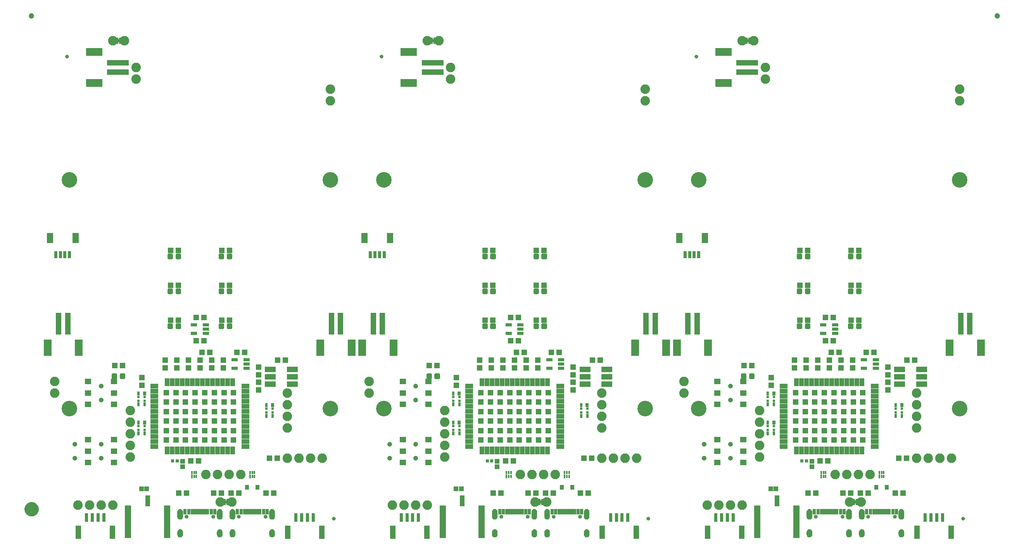
<source format=gts>
G04 EAGLE Gerber RS-274X export*
G75*
%MOMM*%
%FSLAX34Y34*%
%LPD*%
%INSoldermask Top*%
%IPPOS*%
%AMOC8*
5,1,8,0,0,1.08239X$1,22.5*%
G01*
%ADD10C,0.838200*%
%ADD11C,0.505344*%
%ADD12R,1.303200X1.203200*%
%ADD13R,1.203200X1.303200*%
%ADD14R,1.403200X0.753200*%
%ADD15R,1.103200X1.053200*%
%ADD16R,0.803200X0.803200*%
%ADD17R,1.053200X1.723200*%
%ADD18R,1.723200X1.053200*%
%ADD19R,1.303200X1.303200*%
%ADD20R,0.503200X1.203200*%
%ADD21R,0.803200X1.203200*%
%ADD22C,0.853200*%
%ADD23R,0.453200X0.813200*%
%ADD24R,0.453200X0.763200*%
%ADD25R,1.353200X7.203200*%
%ADD26R,1.103200X2.403200*%
%ADD27R,0.620000X0.840000*%
%ADD28R,0.620000X0.560000*%
%ADD29R,0.640000X0.840000*%
%ADD30C,3.403600*%
%ADD31R,1.203200X4.803200*%
%ADD32R,1.803200X3.603200*%
%ADD33R,4.803200X1.203200*%
%ADD34R,3.603200X1.803200*%
%ADD35C,2.082800*%
%ADD36R,0.803200X1.903200*%
%ADD37R,1.203200X2.903200*%
%ADD38R,0.833200X1.033200*%
%ADD39R,0.838200X1.473200*%
%ADD40R,1.353200X1.203200*%
%ADD41C,1.053200*%
%ADD42R,1.403200X2.203200*%
%ADD43R,0.803200X1.553200*%
%ADD44R,2.403200X1.303200*%
%ADD45R,1.053200X1.103200*%
%ADD46C,1.203200*%
%ADD47C,1.270000*%
%ADD48C,1.703200*%

G36*
X1673854Y40793D02*
X1673854Y40793D01*
X1673860Y40798D01*
X1673865Y40795D01*
X1675095Y41160D01*
X1675100Y41167D01*
X1675105Y41164D01*
X1676224Y41794D01*
X1676227Y41802D01*
X1676233Y41801D01*
X1677183Y42664D01*
X1677184Y42672D01*
X1677190Y42672D01*
X1677924Y43725D01*
X1677924Y43733D01*
X1677929Y43734D01*
X1678411Y44924D01*
X1678409Y44930D01*
X1678413Y44933D01*
X1678412Y44934D01*
X1678414Y44935D01*
X1678619Y46202D01*
X1678616Y46207D01*
X1678619Y46210D01*
X1678619Y58210D01*
X1678616Y58214D01*
X1678619Y58216D01*
X1678464Y59339D01*
X1678459Y59344D01*
X1678462Y59348D01*
X1678091Y60419D01*
X1678085Y60423D01*
X1678087Y60427D01*
X1677514Y61405D01*
X1677508Y61408D01*
X1677509Y61413D01*
X1676756Y62260D01*
X1676749Y62261D01*
X1676749Y62267D01*
X1675846Y62951D01*
X1675839Y62951D01*
X1675838Y62956D01*
X1674819Y63450D01*
X1674812Y63449D01*
X1674810Y63454D01*
X1673713Y63740D01*
X1673707Y63737D01*
X1673704Y63742D01*
X1672573Y63809D01*
X1672567Y63809D01*
X1671436Y63742D01*
X1671431Y63737D01*
X1671427Y63740D01*
X1670330Y63454D01*
X1670326Y63448D01*
X1670321Y63450D01*
X1669302Y62956D01*
X1669299Y62949D01*
X1669294Y62951D01*
X1668391Y62267D01*
X1668389Y62260D01*
X1668384Y62260D01*
X1667631Y61413D01*
X1667631Y61406D01*
X1667626Y61405D01*
X1667053Y60427D01*
X1667054Y60424D01*
X1667053Y60424D01*
X1667054Y60422D01*
X1667054Y60420D01*
X1667049Y60419D01*
X1666678Y59348D01*
X1666680Y59343D01*
X1666677Y59340D01*
X1666677Y59339D01*
X1666676Y59339D01*
X1666521Y58216D01*
X1666524Y58212D01*
X1666521Y58210D01*
X1666521Y46210D01*
X1666524Y46205D01*
X1666521Y46202D01*
X1666726Y44935D01*
X1666732Y44929D01*
X1666729Y44924D01*
X1667211Y43734D01*
X1667218Y43730D01*
X1667216Y43725D01*
X1667950Y42672D01*
X1667958Y42669D01*
X1667957Y42664D01*
X1668907Y41801D01*
X1668916Y41800D01*
X1668916Y41794D01*
X1670035Y41164D01*
X1670043Y41165D01*
X1670045Y41160D01*
X1671275Y40795D01*
X1671283Y40798D01*
X1671286Y40793D01*
X1672567Y40710D01*
X1672571Y40713D01*
X1672573Y40710D01*
X1673854Y40793D01*
G37*
G36*
X500414Y40793D02*
X500414Y40793D01*
X500420Y40798D01*
X500425Y40795D01*
X501655Y41160D01*
X501660Y41167D01*
X501665Y41164D01*
X502784Y41794D01*
X502787Y41802D01*
X502793Y41801D01*
X503743Y42664D01*
X503744Y42672D01*
X503750Y42672D01*
X504484Y43725D01*
X504484Y43733D01*
X504489Y43734D01*
X504971Y44924D01*
X504969Y44930D01*
X504973Y44933D01*
X504972Y44934D01*
X504974Y44935D01*
X505179Y46202D01*
X505176Y46207D01*
X505179Y46210D01*
X505179Y58210D01*
X505176Y58214D01*
X505179Y58216D01*
X505024Y59339D01*
X505019Y59344D01*
X505022Y59348D01*
X504651Y60419D01*
X504645Y60423D01*
X504647Y60427D01*
X504074Y61405D01*
X504068Y61408D01*
X504069Y61413D01*
X503316Y62260D01*
X503309Y62261D01*
X503309Y62267D01*
X502406Y62951D01*
X502399Y62951D01*
X502398Y62956D01*
X501379Y63450D01*
X501372Y63449D01*
X501370Y63454D01*
X500273Y63740D01*
X500267Y63737D01*
X500264Y63742D01*
X499133Y63809D01*
X499127Y63809D01*
X497996Y63742D01*
X497991Y63737D01*
X497987Y63740D01*
X496890Y63454D01*
X496886Y63448D01*
X496881Y63450D01*
X495862Y62956D01*
X495859Y62949D01*
X495854Y62951D01*
X494951Y62267D01*
X494949Y62260D01*
X494944Y62260D01*
X494191Y61413D01*
X494191Y61406D01*
X494186Y61405D01*
X493613Y60427D01*
X493614Y60424D01*
X493613Y60424D01*
X493614Y60422D01*
X493614Y60420D01*
X493609Y60419D01*
X493238Y59348D01*
X493240Y59343D01*
X493237Y59340D01*
X493237Y59339D01*
X493236Y59339D01*
X493081Y58216D01*
X493084Y58212D01*
X493081Y58210D01*
X493081Y46210D01*
X493084Y46205D01*
X493081Y46202D01*
X493286Y44935D01*
X493292Y44929D01*
X493289Y44924D01*
X493771Y43734D01*
X493778Y43730D01*
X493776Y43725D01*
X494510Y42672D01*
X494518Y42669D01*
X494517Y42664D01*
X495467Y41801D01*
X495476Y41800D01*
X495476Y41794D01*
X496595Y41164D01*
X496603Y41165D01*
X496605Y41160D01*
X497835Y40795D01*
X497843Y40798D01*
X497846Y40793D01*
X499127Y40710D01*
X499131Y40713D01*
X499133Y40710D01*
X500414Y40793D01*
G37*
G36*
X299714Y40793D02*
X299714Y40793D01*
X299720Y40798D01*
X299725Y40795D01*
X300955Y41160D01*
X300960Y41167D01*
X300965Y41164D01*
X302084Y41794D01*
X302087Y41802D01*
X302093Y41801D01*
X303043Y42664D01*
X303044Y42672D01*
X303050Y42672D01*
X303784Y43725D01*
X303784Y43733D01*
X303789Y43734D01*
X304271Y44924D01*
X304269Y44930D01*
X304273Y44933D01*
X304272Y44934D01*
X304274Y44935D01*
X304479Y46202D01*
X304476Y46207D01*
X304479Y46210D01*
X304479Y58210D01*
X304476Y58214D01*
X304479Y58216D01*
X304324Y59339D01*
X304319Y59344D01*
X304322Y59348D01*
X303951Y60419D01*
X303945Y60423D01*
X303947Y60427D01*
X303374Y61405D01*
X303368Y61408D01*
X303369Y61413D01*
X302616Y62260D01*
X302609Y62261D01*
X302609Y62267D01*
X301706Y62951D01*
X301699Y62951D01*
X301698Y62956D01*
X300679Y63450D01*
X300672Y63449D01*
X300670Y63454D01*
X299573Y63740D01*
X299567Y63737D01*
X299564Y63742D01*
X298433Y63809D01*
X298427Y63809D01*
X297296Y63742D01*
X297291Y63737D01*
X297287Y63740D01*
X296190Y63454D01*
X296186Y63448D01*
X296181Y63450D01*
X295162Y62956D01*
X295159Y62949D01*
X295154Y62951D01*
X294251Y62267D01*
X294249Y62260D01*
X294244Y62260D01*
X293491Y61413D01*
X293491Y61406D01*
X293486Y61405D01*
X292913Y60427D01*
X292914Y60424D01*
X292913Y60424D01*
X292914Y60422D01*
X292914Y60420D01*
X292909Y60419D01*
X292538Y59348D01*
X292540Y59343D01*
X292537Y59340D01*
X292537Y59339D01*
X292536Y59339D01*
X292381Y58216D01*
X292384Y58212D01*
X292381Y58210D01*
X292381Y46210D01*
X292384Y46205D01*
X292381Y46202D01*
X292586Y44935D01*
X292592Y44929D01*
X292589Y44924D01*
X293071Y43734D01*
X293078Y43730D01*
X293076Y43725D01*
X293810Y42672D01*
X293818Y42669D01*
X293817Y42664D01*
X294767Y41801D01*
X294776Y41800D01*
X294776Y41794D01*
X295895Y41164D01*
X295903Y41165D01*
X295905Y41160D01*
X297135Y40795D01*
X297143Y40798D01*
X297146Y40793D01*
X298427Y40710D01*
X298431Y40713D01*
X298433Y40710D01*
X299714Y40793D01*
G37*
G36*
X1073184Y40793D02*
X1073184Y40793D01*
X1073190Y40798D01*
X1073195Y40795D01*
X1074425Y41160D01*
X1074430Y41167D01*
X1074435Y41164D01*
X1075554Y41794D01*
X1075557Y41802D01*
X1075563Y41801D01*
X1076513Y42664D01*
X1076514Y42672D01*
X1076520Y42672D01*
X1077254Y43725D01*
X1077254Y43733D01*
X1077259Y43734D01*
X1077741Y44924D01*
X1077739Y44930D01*
X1077743Y44933D01*
X1077742Y44934D01*
X1077744Y44935D01*
X1077949Y46202D01*
X1077946Y46207D01*
X1077949Y46210D01*
X1077949Y58210D01*
X1077946Y58214D01*
X1077949Y58216D01*
X1077794Y59339D01*
X1077789Y59344D01*
X1077792Y59348D01*
X1077421Y60419D01*
X1077415Y60423D01*
X1077417Y60427D01*
X1076844Y61405D01*
X1076838Y61408D01*
X1076839Y61413D01*
X1076086Y62260D01*
X1076079Y62261D01*
X1076079Y62267D01*
X1075176Y62951D01*
X1075169Y62951D01*
X1075168Y62956D01*
X1074149Y63450D01*
X1074142Y63449D01*
X1074140Y63454D01*
X1073043Y63740D01*
X1073037Y63737D01*
X1073034Y63742D01*
X1071903Y63809D01*
X1071897Y63809D01*
X1070766Y63742D01*
X1070761Y63737D01*
X1070757Y63740D01*
X1069660Y63454D01*
X1069656Y63448D01*
X1069651Y63450D01*
X1068632Y62956D01*
X1068629Y62949D01*
X1068624Y62951D01*
X1067721Y62267D01*
X1067719Y62260D01*
X1067714Y62260D01*
X1066961Y61413D01*
X1066961Y61406D01*
X1066956Y61405D01*
X1066383Y60427D01*
X1066384Y60424D01*
X1066383Y60424D01*
X1066384Y60422D01*
X1066384Y60420D01*
X1066379Y60419D01*
X1066008Y59348D01*
X1066010Y59343D01*
X1066007Y59340D01*
X1066007Y59339D01*
X1066006Y59339D01*
X1065851Y58216D01*
X1065854Y58212D01*
X1065851Y58210D01*
X1065851Y46210D01*
X1065854Y46205D01*
X1065851Y46202D01*
X1066056Y44935D01*
X1066062Y44929D01*
X1066059Y44924D01*
X1066541Y43734D01*
X1066548Y43730D01*
X1066546Y43725D01*
X1067280Y42672D01*
X1067288Y42669D01*
X1067287Y42664D01*
X1068237Y41801D01*
X1068246Y41800D01*
X1068246Y41794D01*
X1069365Y41164D01*
X1069373Y41165D01*
X1069375Y41160D01*
X1070605Y40795D01*
X1070613Y40798D01*
X1070616Y40793D01*
X1071897Y40710D01*
X1071901Y40713D01*
X1071903Y40710D01*
X1073184Y40793D01*
G37*
G36*
X1788154Y40793D02*
X1788154Y40793D01*
X1788160Y40798D01*
X1788165Y40795D01*
X1789395Y41160D01*
X1789400Y41167D01*
X1789405Y41164D01*
X1790524Y41794D01*
X1790527Y41802D01*
X1790533Y41801D01*
X1791483Y42664D01*
X1791484Y42672D01*
X1791490Y42672D01*
X1792224Y43725D01*
X1792224Y43733D01*
X1792229Y43734D01*
X1792711Y44924D01*
X1792709Y44930D01*
X1792713Y44933D01*
X1792712Y44934D01*
X1792714Y44935D01*
X1792919Y46202D01*
X1792916Y46207D01*
X1792919Y46210D01*
X1792919Y58210D01*
X1792916Y58214D01*
X1792919Y58216D01*
X1792764Y59339D01*
X1792759Y59344D01*
X1792762Y59348D01*
X1792391Y60419D01*
X1792385Y60423D01*
X1792387Y60427D01*
X1791814Y61405D01*
X1791808Y61408D01*
X1791809Y61413D01*
X1791056Y62260D01*
X1791049Y62261D01*
X1791049Y62267D01*
X1790146Y62951D01*
X1790139Y62951D01*
X1790138Y62956D01*
X1789119Y63450D01*
X1789112Y63449D01*
X1789110Y63454D01*
X1788013Y63740D01*
X1788007Y63737D01*
X1788004Y63742D01*
X1786873Y63809D01*
X1786867Y63809D01*
X1785736Y63742D01*
X1785731Y63737D01*
X1785727Y63740D01*
X1784630Y63454D01*
X1784626Y63448D01*
X1784621Y63450D01*
X1783602Y62956D01*
X1783599Y62949D01*
X1783594Y62951D01*
X1782691Y62267D01*
X1782689Y62260D01*
X1782684Y62260D01*
X1781931Y61413D01*
X1781931Y61406D01*
X1781926Y61405D01*
X1781353Y60427D01*
X1781354Y60424D01*
X1781353Y60424D01*
X1781354Y60422D01*
X1781354Y60420D01*
X1781349Y60419D01*
X1780978Y59348D01*
X1780980Y59343D01*
X1780977Y59340D01*
X1780977Y59339D01*
X1780976Y59339D01*
X1780821Y58216D01*
X1780824Y58212D01*
X1780821Y58210D01*
X1780821Y46210D01*
X1780824Y46205D01*
X1780821Y46202D01*
X1781026Y44935D01*
X1781032Y44929D01*
X1781029Y44924D01*
X1781511Y43734D01*
X1781518Y43730D01*
X1781516Y43725D01*
X1782250Y42672D01*
X1782258Y42669D01*
X1782257Y42664D01*
X1783207Y41801D01*
X1783216Y41800D01*
X1783216Y41794D01*
X1784335Y41164D01*
X1784343Y41165D01*
X1784345Y41160D01*
X1785575Y40795D01*
X1785583Y40798D01*
X1785586Y40793D01*
X1786867Y40710D01*
X1786871Y40713D01*
X1786873Y40710D01*
X1788154Y40793D01*
G37*
G36*
X1101084Y40793D02*
X1101084Y40793D01*
X1101090Y40798D01*
X1101095Y40795D01*
X1102325Y41160D01*
X1102330Y41167D01*
X1102335Y41164D01*
X1103454Y41794D01*
X1103457Y41802D01*
X1103463Y41801D01*
X1104413Y42664D01*
X1104414Y42672D01*
X1104420Y42672D01*
X1105154Y43725D01*
X1105154Y43733D01*
X1105159Y43734D01*
X1105641Y44924D01*
X1105639Y44930D01*
X1105643Y44933D01*
X1105642Y44934D01*
X1105644Y44935D01*
X1105849Y46202D01*
X1105846Y46207D01*
X1105849Y46210D01*
X1105849Y58210D01*
X1105846Y58214D01*
X1105849Y58216D01*
X1105694Y59339D01*
X1105689Y59344D01*
X1105692Y59348D01*
X1105321Y60419D01*
X1105315Y60423D01*
X1105317Y60427D01*
X1104744Y61405D01*
X1104738Y61408D01*
X1104739Y61413D01*
X1103986Y62260D01*
X1103979Y62261D01*
X1103979Y62267D01*
X1103076Y62951D01*
X1103069Y62951D01*
X1103068Y62956D01*
X1102049Y63450D01*
X1102042Y63449D01*
X1102040Y63454D01*
X1100943Y63740D01*
X1100937Y63737D01*
X1100934Y63742D01*
X1099803Y63809D01*
X1099797Y63809D01*
X1098666Y63742D01*
X1098661Y63737D01*
X1098657Y63740D01*
X1097560Y63454D01*
X1097556Y63448D01*
X1097551Y63450D01*
X1096532Y62956D01*
X1096529Y62949D01*
X1096524Y62951D01*
X1095621Y62267D01*
X1095619Y62260D01*
X1095614Y62260D01*
X1094861Y61413D01*
X1094861Y61406D01*
X1094856Y61405D01*
X1094283Y60427D01*
X1094284Y60424D01*
X1094283Y60424D01*
X1094284Y60422D01*
X1094284Y60420D01*
X1094279Y60419D01*
X1093908Y59348D01*
X1093910Y59343D01*
X1093907Y59340D01*
X1093907Y59339D01*
X1093906Y59339D01*
X1093751Y58216D01*
X1093754Y58212D01*
X1093751Y58210D01*
X1093751Y46210D01*
X1093754Y46205D01*
X1093751Y46202D01*
X1093956Y44935D01*
X1093962Y44929D01*
X1093959Y44924D01*
X1094441Y43734D01*
X1094448Y43730D01*
X1094446Y43725D01*
X1095180Y42672D01*
X1095188Y42669D01*
X1095187Y42664D01*
X1096137Y41801D01*
X1096146Y41800D01*
X1096146Y41794D01*
X1097265Y41164D01*
X1097273Y41165D01*
X1097275Y41160D01*
X1098505Y40795D01*
X1098513Y40798D01*
X1098516Y40793D01*
X1099797Y40710D01*
X1099801Y40713D01*
X1099803Y40710D01*
X1101084Y40793D01*
G37*
G36*
X1187484Y40793D02*
X1187484Y40793D01*
X1187490Y40798D01*
X1187495Y40795D01*
X1188725Y41160D01*
X1188730Y41167D01*
X1188735Y41164D01*
X1189854Y41794D01*
X1189857Y41802D01*
X1189863Y41801D01*
X1190813Y42664D01*
X1190814Y42672D01*
X1190820Y42672D01*
X1191554Y43725D01*
X1191554Y43733D01*
X1191559Y43734D01*
X1192041Y44924D01*
X1192039Y44930D01*
X1192043Y44933D01*
X1192042Y44934D01*
X1192044Y44935D01*
X1192249Y46202D01*
X1192246Y46207D01*
X1192249Y46210D01*
X1192249Y58210D01*
X1192246Y58214D01*
X1192249Y58216D01*
X1192094Y59339D01*
X1192089Y59344D01*
X1192092Y59348D01*
X1191721Y60419D01*
X1191715Y60423D01*
X1191717Y60427D01*
X1191144Y61405D01*
X1191138Y61408D01*
X1191139Y61413D01*
X1190386Y62260D01*
X1190379Y62261D01*
X1190379Y62267D01*
X1189476Y62951D01*
X1189469Y62951D01*
X1189468Y62956D01*
X1188449Y63450D01*
X1188442Y63449D01*
X1188440Y63454D01*
X1187343Y63740D01*
X1187337Y63737D01*
X1187334Y63742D01*
X1186203Y63809D01*
X1186197Y63809D01*
X1185066Y63742D01*
X1185061Y63737D01*
X1185057Y63740D01*
X1183960Y63454D01*
X1183956Y63448D01*
X1183951Y63450D01*
X1182932Y62956D01*
X1182929Y62949D01*
X1182924Y62951D01*
X1182021Y62267D01*
X1182019Y62260D01*
X1182014Y62260D01*
X1181261Y61413D01*
X1181261Y61406D01*
X1181256Y61405D01*
X1180683Y60427D01*
X1180684Y60424D01*
X1180683Y60424D01*
X1180684Y60422D01*
X1180684Y60420D01*
X1180679Y60419D01*
X1180308Y59348D01*
X1180310Y59343D01*
X1180307Y59340D01*
X1180307Y59339D01*
X1180306Y59339D01*
X1180151Y58216D01*
X1180154Y58212D01*
X1180151Y58210D01*
X1180151Y46210D01*
X1180154Y46205D01*
X1180151Y46202D01*
X1180356Y44935D01*
X1180362Y44929D01*
X1180359Y44924D01*
X1180841Y43734D01*
X1180848Y43730D01*
X1180846Y43725D01*
X1181580Y42672D01*
X1181588Y42669D01*
X1181587Y42664D01*
X1182537Y41801D01*
X1182546Y41800D01*
X1182546Y41794D01*
X1183665Y41164D01*
X1183673Y41165D01*
X1183675Y41160D01*
X1184905Y40795D01*
X1184913Y40798D01*
X1184916Y40793D01*
X1186197Y40710D01*
X1186201Y40713D01*
X1186203Y40710D01*
X1187484Y40793D01*
G37*
G36*
X1874554Y40793D02*
X1874554Y40793D01*
X1874560Y40798D01*
X1874565Y40795D01*
X1875795Y41160D01*
X1875800Y41167D01*
X1875805Y41164D01*
X1876924Y41794D01*
X1876927Y41802D01*
X1876933Y41801D01*
X1877883Y42664D01*
X1877884Y42672D01*
X1877890Y42672D01*
X1878624Y43725D01*
X1878624Y43733D01*
X1878629Y43734D01*
X1879111Y44924D01*
X1879109Y44930D01*
X1879113Y44933D01*
X1879112Y44934D01*
X1879114Y44935D01*
X1879319Y46202D01*
X1879316Y46207D01*
X1879319Y46210D01*
X1879319Y58210D01*
X1879316Y58214D01*
X1879319Y58216D01*
X1879164Y59339D01*
X1879159Y59344D01*
X1879162Y59348D01*
X1878791Y60419D01*
X1878785Y60423D01*
X1878787Y60427D01*
X1878214Y61405D01*
X1878208Y61408D01*
X1878209Y61413D01*
X1877456Y62260D01*
X1877449Y62261D01*
X1877449Y62267D01*
X1876546Y62951D01*
X1876539Y62951D01*
X1876538Y62956D01*
X1875519Y63450D01*
X1875512Y63449D01*
X1875510Y63454D01*
X1874413Y63740D01*
X1874407Y63737D01*
X1874404Y63742D01*
X1873273Y63809D01*
X1873267Y63809D01*
X1872136Y63742D01*
X1872131Y63737D01*
X1872127Y63740D01*
X1871030Y63454D01*
X1871026Y63448D01*
X1871021Y63450D01*
X1870002Y62956D01*
X1869999Y62949D01*
X1869994Y62951D01*
X1869091Y62267D01*
X1869089Y62260D01*
X1869084Y62260D01*
X1868331Y61413D01*
X1868331Y61406D01*
X1868326Y61405D01*
X1867753Y60427D01*
X1867754Y60424D01*
X1867753Y60424D01*
X1867754Y60422D01*
X1867754Y60420D01*
X1867749Y60419D01*
X1867378Y59348D01*
X1867380Y59343D01*
X1867377Y59340D01*
X1867377Y59339D01*
X1867376Y59339D01*
X1867221Y58216D01*
X1867224Y58212D01*
X1867221Y58210D01*
X1867221Y46210D01*
X1867224Y46205D01*
X1867221Y46202D01*
X1867426Y44935D01*
X1867432Y44929D01*
X1867429Y44924D01*
X1867911Y43734D01*
X1867918Y43730D01*
X1867916Y43725D01*
X1868650Y42672D01*
X1868658Y42669D01*
X1868657Y42664D01*
X1869607Y41801D01*
X1869616Y41800D01*
X1869616Y41794D01*
X1870735Y41164D01*
X1870743Y41165D01*
X1870745Y41160D01*
X1871975Y40795D01*
X1871983Y40798D01*
X1871986Y40793D01*
X1873267Y40710D01*
X1873271Y40713D01*
X1873273Y40710D01*
X1874554Y40793D01*
G37*
G36*
X386114Y40793D02*
X386114Y40793D01*
X386120Y40798D01*
X386125Y40795D01*
X387355Y41160D01*
X387360Y41167D01*
X387365Y41164D01*
X388484Y41794D01*
X388487Y41802D01*
X388493Y41801D01*
X389443Y42664D01*
X389444Y42672D01*
X389450Y42672D01*
X390184Y43725D01*
X390184Y43733D01*
X390189Y43734D01*
X390671Y44924D01*
X390669Y44930D01*
X390673Y44933D01*
X390672Y44934D01*
X390674Y44935D01*
X390879Y46202D01*
X390876Y46207D01*
X390879Y46210D01*
X390879Y58210D01*
X390876Y58214D01*
X390879Y58216D01*
X390724Y59339D01*
X390719Y59344D01*
X390722Y59348D01*
X390351Y60419D01*
X390345Y60423D01*
X390347Y60427D01*
X389774Y61405D01*
X389768Y61408D01*
X389769Y61413D01*
X389016Y62260D01*
X389009Y62261D01*
X389009Y62267D01*
X388106Y62951D01*
X388099Y62951D01*
X388098Y62956D01*
X387079Y63450D01*
X387072Y63449D01*
X387070Y63454D01*
X385973Y63740D01*
X385967Y63737D01*
X385964Y63742D01*
X384833Y63809D01*
X384827Y63809D01*
X383696Y63742D01*
X383691Y63737D01*
X383687Y63740D01*
X382590Y63454D01*
X382586Y63448D01*
X382581Y63450D01*
X381562Y62956D01*
X381559Y62949D01*
X381554Y62951D01*
X380651Y62267D01*
X380649Y62260D01*
X380644Y62260D01*
X379891Y61413D01*
X379891Y61406D01*
X379886Y61405D01*
X379313Y60427D01*
X379314Y60424D01*
X379313Y60424D01*
X379314Y60422D01*
X379314Y60420D01*
X379309Y60419D01*
X378938Y59348D01*
X378940Y59343D01*
X378937Y59340D01*
X378937Y59339D01*
X378936Y59339D01*
X378781Y58216D01*
X378784Y58212D01*
X378781Y58210D01*
X378781Y46210D01*
X378784Y46205D01*
X378781Y46202D01*
X378986Y44935D01*
X378992Y44929D01*
X378989Y44924D01*
X379471Y43734D01*
X379478Y43730D01*
X379476Y43725D01*
X380210Y42672D01*
X380218Y42669D01*
X380217Y42664D01*
X381167Y41801D01*
X381176Y41800D01*
X381176Y41794D01*
X382295Y41164D01*
X382303Y41165D01*
X382305Y41160D01*
X383535Y40795D01*
X383543Y40798D01*
X383546Y40793D01*
X384827Y40710D01*
X384831Y40713D01*
X384833Y40710D01*
X386114Y40793D01*
G37*
G36*
X1760254Y40793D02*
X1760254Y40793D01*
X1760260Y40798D01*
X1760265Y40795D01*
X1761495Y41160D01*
X1761500Y41167D01*
X1761505Y41164D01*
X1762624Y41794D01*
X1762627Y41802D01*
X1762633Y41801D01*
X1763583Y42664D01*
X1763584Y42672D01*
X1763590Y42672D01*
X1764324Y43725D01*
X1764324Y43733D01*
X1764329Y43734D01*
X1764811Y44924D01*
X1764809Y44930D01*
X1764813Y44933D01*
X1764812Y44934D01*
X1764814Y44935D01*
X1765019Y46202D01*
X1765016Y46207D01*
X1765019Y46210D01*
X1765019Y58210D01*
X1765016Y58214D01*
X1765019Y58216D01*
X1764864Y59339D01*
X1764859Y59344D01*
X1764862Y59348D01*
X1764491Y60419D01*
X1764485Y60423D01*
X1764487Y60427D01*
X1763914Y61405D01*
X1763908Y61408D01*
X1763909Y61413D01*
X1763156Y62260D01*
X1763149Y62261D01*
X1763149Y62267D01*
X1762246Y62951D01*
X1762239Y62951D01*
X1762238Y62956D01*
X1761219Y63450D01*
X1761212Y63449D01*
X1761210Y63454D01*
X1760113Y63740D01*
X1760107Y63737D01*
X1760104Y63742D01*
X1758973Y63809D01*
X1758967Y63809D01*
X1757836Y63742D01*
X1757831Y63737D01*
X1757827Y63740D01*
X1756730Y63454D01*
X1756726Y63448D01*
X1756721Y63450D01*
X1755702Y62956D01*
X1755699Y62949D01*
X1755694Y62951D01*
X1754791Y62267D01*
X1754789Y62260D01*
X1754784Y62260D01*
X1754031Y61413D01*
X1754031Y61406D01*
X1754026Y61405D01*
X1753453Y60427D01*
X1753454Y60424D01*
X1753453Y60424D01*
X1753454Y60422D01*
X1753454Y60420D01*
X1753449Y60419D01*
X1753078Y59348D01*
X1753080Y59343D01*
X1753077Y59340D01*
X1753077Y59339D01*
X1753076Y59339D01*
X1752921Y58216D01*
X1752924Y58212D01*
X1752921Y58210D01*
X1752921Y46210D01*
X1752924Y46205D01*
X1752921Y46202D01*
X1753126Y44935D01*
X1753132Y44929D01*
X1753129Y44924D01*
X1753611Y43734D01*
X1753618Y43730D01*
X1753616Y43725D01*
X1754350Y42672D01*
X1754358Y42669D01*
X1754357Y42664D01*
X1755307Y41801D01*
X1755316Y41800D01*
X1755316Y41794D01*
X1756435Y41164D01*
X1756443Y41165D01*
X1756445Y41160D01*
X1757675Y40795D01*
X1757683Y40798D01*
X1757686Y40793D01*
X1758967Y40710D01*
X1758971Y40713D01*
X1758973Y40710D01*
X1760254Y40793D01*
G37*
G36*
X414014Y40793D02*
X414014Y40793D01*
X414020Y40798D01*
X414025Y40795D01*
X415255Y41160D01*
X415260Y41167D01*
X415265Y41164D01*
X416384Y41794D01*
X416387Y41802D01*
X416393Y41801D01*
X417343Y42664D01*
X417344Y42672D01*
X417350Y42672D01*
X418084Y43725D01*
X418084Y43733D01*
X418089Y43734D01*
X418571Y44924D01*
X418569Y44930D01*
X418573Y44933D01*
X418572Y44934D01*
X418574Y44935D01*
X418779Y46202D01*
X418776Y46207D01*
X418779Y46210D01*
X418779Y58210D01*
X418776Y58214D01*
X418779Y58216D01*
X418624Y59339D01*
X418619Y59344D01*
X418622Y59348D01*
X418251Y60419D01*
X418245Y60423D01*
X418247Y60427D01*
X417674Y61405D01*
X417668Y61408D01*
X417669Y61413D01*
X416916Y62260D01*
X416909Y62261D01*
X416909Y62267D01*
X416006Y62951D01*
X415999Y62951D01*
X415998Y62956D01*
X414979Y63450D01*
X414972Y63449D01*
X414970Y63454D01*
X413873Y63740D01*
X413867Y63737D01*
X413864Y63742D01*
X412733Y63809D01*
X412727Y63809D01*
X411596Y63742D01*
X411591Y63737D01*
X411587Y63740D01*
X410490Y63454D01*
X410486Y63448D01*
X410481Y63450D01*
X409462Y62956D01*
X409459Y62949D01*
X409454Y62951D01*
X408551Y62267D01*
X408549Y62260D01*
X408544Y62260D01*
X407791Y61413D01*
X407791Y61406D01*
X407786Y61405D01*
X407213Y60427D01*
X407214Y60424D01*
X407213Y60424D01*
X407214Y60422D01*
X407214Y60420D01*
X407209Y60419D01*
X406838Y59348D01*
X406840Y59343D01*
X406837Y59340D01*
X406837Y59339D01*
X406836Y59339D01*
X406681Y58216D01*
X406684Y58212D01*
X406681Y58210D01*
X406681Y46210D01*
X406684Y46205D01*
X406681Y46202D01*
X406886Y44935D01*
X406892Y44929D01*
X406889Y44924D01*
X407371Y43734D01*
X407378Y43730D01*
X407376Y43725D01*
X408110Y42672D01*
X408118Y42669D01*
X408117Y42664D01*
X409067Y41801D01*
X409076Y41800D01*
X409076Y41794D01*
X410195Y41164D01*
X410203Y41165D01*
X410205Y41160D01*
X411435Y40795D01*
X411443Y40798D01*
X411446Y40793D01*
X412727Y40710D01*
X412731Y40713D01*
X412733Y40710D01*
X414014Y40793D01*
G37*
G36*
X986784Y40793D02*
X986784Y40793D01*
X986790Y40798D01*
X986795Y40795D01*
X988025Y41160D01*
X988030Y41167D01*
X988035Y41164D01*
X989154Y41794D01*
X989157Y41802D01*
X989163Y41801D01*
X990113Y42664D01*
X990114Y42672D01*
X990120Y42672D01*
X990854Y43725D01*
X990854Y43733D01*
X990859Y43734D01*
X991341Y44924D01*
X991339Y44930D01*
X991343Y44933D01*
X991342Y44934D01*
X991344Y44935D01*
X991549Y46202D01*
X991546Y46207D01*
X991549Y46210D01*
X991549Y58210D01*
X991546Y58214D01*
X991549Y58216D01*
X991394Y59339D01*
X991389Y59344D01*
X991392Y59348D01*
X991021Y60419D01*
X991015Y60423D01*
X991017Y60427D01*
X990444Y61405D01*
X990438Y61408D01*
X990439Y61413D01*
X989686Y62260D01*
X989679Y62261D01*
X989679Y62267D01*
X988776Y62951D01*
X988769Y62951D01*
X988768Y62956D01*
X987749Y63450D01*
X987742Y63449D01*
X987740Y63454D01*
X986643Y63740D01*
X986637Y63737D01*
X986634Y63742D01*
X985503Y63809D01*
X985497Y63809D01*
X984366Y63742D01*
X984361Y63737D01*
X984357Y63740D01*
X983260Y63454D01*
X983256Y63448D01*
X983251Y63450D01*
X982232Y62956D01*
X982229Y62949D01*
X982224Y62951D01*
X981321Y62267D01*
X981319Y62260D01*
X981314Y62260D01*
X980561Y61413D01*
X980561Y61406D01*
X980556Y61405D01*
X979983Y60427D01*
X979984Y60424D01*
X979983Y60424D01*
X979984Y60422D01*
X979984Y60420D01*
X979979Y60419D01*
X979608Y59348D01*
X979610Y59343D01*
X979607Y59340D01*
X979607Y59339D01*
X979606Y59339D01*
X979451Y58216D01*
X979454Y58212D01*
X979451Y58210D01*
X979451Y46210D01*
X979454Y46205D01*
X979451Y46202D01*
X979656Y44935D01*
X979662Y44929D01*
X979659Y44924D01*
X980141Y43734D01*
X980148Y43730D01*
X980146Y43725D01*
X980880Y42672D01*
X980888Y42669D01*
X980887Y42664D01*
X981837Y41801D01*
X981846Y41800D01*
X981846Y41794D01*
X982965Y41164D01*
X982973Y41165D01*
X982975Y41160D01*
X984205Y40795D01*
X984213Y40798D01*
X984216Y40793D01*
X985497Y40710D01*
X985501Y40713D01*
X985503Y40710D01*
X986784Y40793D01*
G37*
G36*
X413901Y1521D02*
X413901Y1521D01*
X413906Y1525D01*
X413910Y1522D01*
X415033Y1858D01*
X415037Y1864D01*
X415041Y1861D01*
X416077Y2409D01*
X416080Y2416D01*
X416085Y2415D01*
X416993Y3154D01*
X416995Y3161D01*
X417000Y3161D01*
X417747Y4063D01*
X417747Y4070D01*
X417753Y4071D01*
X418309Y5102D01*
X418308Y5109D01*
X418313Y5110D01*
X418657Y6230D01*
X418655Y6237D01*
X418659Y6239D01*
X418779Y7405D01*
X418777Y7408D01*
X418779Y7410D01*
X418779Y13410D01*
X418777Y13412D01*
X418779Y13414D01*
X418668Y14590D01*
X418663Y14595D01*
X418666Y14600D01*
X418328Y15731D01*
X418322Y15736D01*
X418324Y15740D01*
X417772Y16784D01*
X417765Y16787D01*
X417767Y16792D01*
X417021Y17708D01*
X417014Y17710D01*
X417014Y17715D01*
X416105Y18468D01*
X416097Y18469D01*
X416097Y18474D01*
X415057Y19035D01*
X415050Y19034D01*
X415048Y19038D01*
X413919Y19386D01*
X413913Y19384D01*
X413910Y19388D01*
X412735Y19509D01*
X412728Y19504D01*
X412724Y19509D01*
X411384Y19352D01*
X411378Y19346D01*
X411373Y19349D01*
X410102Y18899D01*
X410097Y18892D01*
X410092Y18894D01*
X408953Y18171D01*
X408950Y18163D01*
X408944Y18164D01*
X407994Y17206D01*
X407993Y17198D01*
X407987Y17198D01*
X407274Y16052D01*
X407275Y16044D01*
X407269Y16042D01*
X406829Y14767D01*
X406831Y14759D01*
X406827Y14756D01*
X406681Y13415D01*
X406683Y13411D01*
X406681Y13410D01*
X406681Y7410D01*
X406683Y7406D01*
X406681Y7404D01*
X406836Y6075D01*
X406842Y6069D01*
X406839Y6064D01*
X407286Y4803D01*
X407293Y4799D01*
X407291Y4793D01*
X408008Y3663D01*
X408015Y3660D01*
X408014Y3655D01*
X408965Y2713D01*
X408973Y2712D01*
X408973Y2706D01*
X410109Y1999D01*
X410117Y1999D01*
X410119Y1994D01*
X411384Y1557D01*
X411389Y1559D01*
X411390Y1558D01*
X411393Y1558D01*
X411395Y1555D01*
X412725Y1411D01*
X412731Y1414D01*
X412735Y1411D01*
X413901Y1521D01*
G37*
G36*
X500301Y1521D02*
X500301Y1521D01*
X500306Y1525D01*
X500310Y1522D01*
X501433Y1858D01*
X501437Y1864D01*
X501441Y1861D01*
X502477Y2409D01*
X502480Y2416D01*
X502485Y2415D01*
X503393Y3154D01*
X503395Y3161D01*
X503400Y3161D01*
X504147Y4063D01*
X504147Y4070D01*
X504153Y4071D01*
X504709Y5102D01*
X504708Y5109D01*
X504713Y5110D01*
X505057Y6230D01*
X505055Y6237D01*
X505059Y6239D01*
X505179Y7405D01*
X505177Y7408D01*
X505179Y7410D01*
X505179Y13410D01*
X505177Y13412D01*
X505179Y13414D01*
X505068Y14590D01*
X505063Y14595D01*
X505066Y14600D01*
X504728Y15731D01*
X504722Y15736D01*
X504724Y15740D01*
X504172Y16784D01*
X504165Y16787D01*
X504167Y16792D01*
X503421Y17708D01*
X503414Y17710D01*
X503414Y17715D01*
X502505Y18468D01*
X502497Y18469D01*
X502497Y18474D01*
X501457Y19035D01*
X501450Y19034D01*
X501448Y19038D01*
X500319Y19386D01*
X500313Y19384D01*
X500310Y19388D01*
X499135Y19509D01*
X499128Y19504D01*
X499124Y19509D01*
X497784Y19352D01*
X497778Y19346D01*
X497773Y19349D01*
X496502Y18899D01*
X496497Y18892D01*
X496492Y18894D01*
X495353Y18171D01*
X495350Y18163D01*
X495344Y18164D01*
X494394Y17206D01*
X494393Y17198D01*
X494387Y17198D01*
X493674Y16052D01*
X493675Y16044D01*
X493669Y16042D01*
X493229Y14767D01*
X493231Y14759D01*
X493227Y14756D01*
X493081Y13415D01*
X493083Y13411D01*
X493081Y13410D01*
X493081Y7410D01*
X493083Y7406D01*
X493081Y7404D01*
X493236Y6075D01*
X493242Y6069D01*
X493239Y6064D01*
X493686Y4803D01*
X493693Y4799D01*
X493691Y4793D01*
X494408Y3663D01*
X494415Y3660D01*
X494414Y3655D01*
X495365Y2713D01*
X495373Y2712D01*
X495373Y2706D01*
X496509Y1999D01*
X496517Y1999D01*
X496519Y1994D01*
X497784Y1557D01*
X497789Y1559D01*
X497790Y1558D01*
X497793Y1558D01*
X497795Y1555D01*
X499125Y1411D01*
X499131Y1414D01*
X499135Y1411D01*
X500301Y1521D01*
G37*
G36*
X1760141Y1521D02*
X1760141Y1521D01*
X1760146Y1525D01*
X1760150Y1522D01*
X1761273Y1858D01*
X1761277Y1864D01*
X1761281Y1861D01*
X1762317Y2409D01*
X1762320Y2416D01*
X1762325Y2415D01*
X1763233Y3154D01*
X1763235Y3161D01*
X1763240Y3161D01*
X1763987Y4063D01*
X1763987Y4070D01*
X1763993Y4071D01*
X1764549Y5102D01*
X1764548Y5109D01*
X1764553Y5110D01*
X1764897Y6230D01*
X1764895Y6237D01*
X1764899Y6239D01*
X1765019Y7405D01*
X1765017Y7408D01*
X1765019Y7410D01*
X1765019Y13410D01*
X1765017Y13412D01*
X1765019Y13414D01*
X1764908Y14590D01*
X1764903Y14595D01*
X1764906Y14600D01*
X1764568Y15731D01*
X1764562Y15736D01*
X1764564Y15740D01*
X1764012Y16784D01*
X1764005Y16787D01*
X1764007Y16792D01*
X1763261Y17708D01*
X1763254Y17710D01*
X1763254Y17715D01*
X1762345Y18468D01*
X1762337Y18469D01*
X1762337Y18474D01*
X1761297Y19035D01*
X1761290Y19034D01*
X1761288Y19038D01*
X1760159Y19386D01*
X1760153Y19384D01*
X1760150Y19388D01*
X1758975Y19509D01*
X1758968Y19504D01*
X1758964Y19509D01*
X1757624Y19352D01*
X1757618Y19346D01*
X1757613Y19349D01*
X1756342Y18899D01*
X1756337Y18892D01*
X1756332Y18894D01*
X1755193Y18171D01*
X1755190Y18163D01*
X1755184Y18164D01*
X1754234Y17206D01*
X1754233Y17198D01*
X1754227Y17198D01*
X1753514Y16052D01*
X1753515Y16044D01*
X1753509Y16042D01*
X1753069Y14767D01*
X1753071Y14759D01*
X1753067Y14756D01*
X1752921Y13415D01*
X1752923Y13411D01*
X1752921Y13410D01*
X1752921Y7410D01*
X1752923Y7406D01*
X1752921Y7404D01*
X1753076Y6075D01*
X1753082Y6069D01*
X1753079Y6064D01*
X1753526Y4803D01*
X1753533Y4799D01*
X1753531Y4793D01*
X1754248Y3663D01*
X1754255Y3660D01*
X1754254Y3655D01*
X1755205Y2713D01*
X1755213Y2712D01*
X1755213Y2706D01*
X1756349Y1999D01*
X1756357Y1999D01*
X1756359Y1994D01*
X1757624Y1557D01*
X1757629Y1559D01*
X1757630Y1558D01*
X1757633Y1558D01*
X1757635Y1555D01*
X1758965Y1411D01*
X1758971Y1414D01*
X1758975Y1411D01*
X1760141Y1521D01*
G37*
G36*
X386001Y1521D02*
X386001Y1521D01*
X386006Y1525D01*
X386010Y1522D01*
X387133Y1858D01*
X387137Y1864D01*
X387141Y1861D01*
X388177Y2409D01*
X388180Y2416D01*
X388185Y2415D01*
X389093Y3154D01*
X389095Y3161D01*
X389100Y3161D01*
X389847Y4063D01*
X389847Y4070D01*
X389853Y4071D01*
X390409Y5102D01*
X390408Y5109D01*
X390413Y5110D01*
X390757Y6230D01*
X390755Y6237D01*
X390759Y6239D01*
X390879Y7405D01*
X390877Y7408D01*
X390879Y7410D01*
X390879Y13410D01*
X390877Y13412D01*
X390879Y13414D01*
X390768Y14590D01*
X390763Y14595D01*
X390766Y14600D01*
X390428Y15731D01*
X390422Y15736D01*
X390424Y15740D01*
X389872Y16784D01*
X389865Y16787D01*
X389867Y16792D01*
X389121Y17708D01*
X389114Y17710D01*
X389114Y17715D01*
X388205Y18468D01*
X388197Y18469D01*
X388197Y18474D01*
X387157Y19035D01*
X387150Y19034D01*
X387148Y19038D01*
X386019Y19386D01*
X386013Y19384D01*
X386010Y19388D01*
X384835Y19509D01*
X384828Y19504D01*
X384824Y19509D01*
X383484Y19352D01*
X383478Y19346D01*
X383473Y19349D01*
X382202Y18899D01*
X382197Y18892D01*
X382192Y18894D01*
X381053Y18171D01*
X381050Y18163D01*
X381044Y18164D01*
X380094Y17206D01*
X380093Y17198D01*
X380087Y17198D01*
X379374Y16052D01*
X379375Y16044D01*
X379369Y16042D01*
X378929Y14767D01*
X378931Y14759D01*
X378927Y14756D01*
X378781Y13415D01*
X378783Y13411D01*
X378781Y13410D01*
X378781Y7410D01*
X378783Y7406D01*
X378781Y7404D01*
X378936Y6075D01*
X378942Y6069D01*
X378939Y6064D01*
X379386Y4803D01*
X379393Y4799D01*
X379391Y4793D01*
X380108Y3663D01*
X380115Y3660D01*
X380114Y3655D01*
X381065Y2713D01*
X381073Y2712D01*
X381073Y2706D01*
X382209Y1999D01*
X382217Y1999D01*
X382219Y1994D01*
X383484Y1557D01*
X383489Y1559D01*
X383490Y1558D01*
X383493Y1558D01*
X383495Y1555D01*
X384825Y1411D01*
X384831Y1414D01*
X384835Y1411D01*
X386001Y1521D01*
G37*
G36*
X986671Y1521D02*
X986671Y1521D01*
X986676Y1525D01*
X986680Y1522D01*
X987803Y1858D01*
X987807Y1864D01*
X987811Y1861D01*
X988847Y2409D01*
X988850Y2416D01*
X988855Y2415D01*
X989763Y3154D01*
X989765Y3161D01*
X989770Y3161D01*
X990517Y4063D01*
X990517Y4070D01*
X990523Y4071D01*
X991079Y5102D01*
X991078Y5109D01*
X991083Y5110D01*
X991427Y6230D01*
X991425Y6237D01*
X991429Y6239D01*
X991549Y7405D01*
X991547Y7408D01*
X991549Y7410D01*
X991549Y13410D01*
X991547Y13412D01*
X991549Y13414D01*
X991438Y14590D01*
X991433Y14595D01*
X991436Y14600D01*
X991098Y15731D01*
X991092Y15736D01*
X991094Y15740D01*
X990542Y16784D01*
X990535Y16787D01*
X990537Y16792D01*
X989791Y17708D01*
X989784Y17710D01*
X989784Y17715D01*
X988875Y18468D01*
X988867Y18469D01*
X988867Y18474D01*
X987827Y19035D01*
X987820Y19034D01*
X987818Y19038D01*
X986689Y19386D01*
X986683Y19384D01*
X986680Y19388D01*
X985505Y19509D01*
X985498Y19504D01*
X985494Y19509D01*
X984154Y19352D01*
X984148Y19346D01*
X984143Y19349D01*
X982872Y18899D01*
X982867Y18892D01*
X982862Y18894D01*
X981723Y18171D01*
X981720Y18163D01*
X981714Y18164D01*
X980764Y17206D01*
X980763Y17198D01*
X980757Y17198D01*
X980044Y16052D01*
X980045Y16044D01*
X980039Y16042D01*
X979599Y14767D01*
X979601Y14759D01*
X979597Y14756D01*
X979451Y13415D01*
X979453Y13411D01*
X979451Y13410D01*
X979451Y7410D01*
X979453Y7406D01*
X979451Y7404D01*
X979606Y6075D01*
X979612Y6069D01*
X979609Y6064D01*
X980056Y4803D01*
X980063Y4799D01*
X980061Y4793D01*
X980778Y3663D01*
X980785Y3660D01*
X980784Y3655D01*
X981735Y2713D01*
X981743Y2712D01*
X981743Y2706D01*
X982879Y1999D01*
X982887Y1999D01*
X982889Y1994D01*
X984154Y1557D01*
X984159Y1559D01*
X984160Y1558D01*
X984163Y1558D01*
X984165Y1555D01*
X985495Y1411D01*
X985501Y1414D01*
X985505Y1411D01*
X986671Y1521D01*
G37*
G36*
X1874441Y1521D02*
X1874441Y1521D01*
X1874446Y1525D01*
X1874450Y1522D01*
X1875573Y1858D01*
X1875577Y1864D01*
X1875581Y1861D01*
X1876617Y2409D01*
X1876620Y2416D01*
X1876625Y2415D01*
X1877533Y3154D01*
X1877535Y3161D01*
X1877540Y3161D01*
X1878287Y4063D01*
X1878287Y4070D01*
X1878293Y4071D01*
X1878849Y5102D01*
X1878848Y5109D01*
X1878853Y5110D01*
X1879197Y6230D01*
X1879195Y6237D01*
X1879199Y6239D01*
X1879319Y7405D01*
X1879317Y7408D01*
X1879319Y7410D01*
X1879319Y13410D01*
X1879317Y13412D01*
X1879319Y13414D01*
X1879208Y14590D01*
X1879203Y14595D01*
X1879206Y14600D01*
X1878868Y15731D01*
X1878862Y15736D01*
X1878864Y15740D01*
X1878312Y16784D01*
X1878305Y16787D01*
X1878307Y16792D01*
X1877561Y17708D01*
X1877554Y17710D01*
X1877554Y17715D01*
X1876645Y18468D01*
X1876637Y18469D01*
X1876637Y18474D01*
X1875597Y19035D01*
X1875590Y19034D01*
X1875588Y19038D01*
X1874459Y19386D01*
X1874453Y19384D01*
X1874450Y19388D01*
X1873275Y19509D01*
X1873268Y19504D01*
X1873264Y19509D01*
X1871924Y19352D01*
X1871918Y19346D01*
X1871913Y19349D01*
X1870642Y18899D01*
X1870637Y18892D01*
X1870632Y18894D01*
X1869493Y18171D01*
X1869490Y18163D01*
X1869484Y18164D01*
X1868534Y17206D01*
X1868533Y17198D01*
X1868527Y17198D01*
X1867814Y16052D01*
X1867815Y16044D01*
X1867809Y16042D01*
X1867369Y14767D01*
X1867371Y14759D01*
X1867367Y14756D01*
X1867221Y13415D01*
X1867223Y13411D01*
X1867221Y13410D01*
X1867221Y7410D01*
X1867223Y7406D01*
X1867221Y7404D01*
X1867376Y6075D01*
X1867382Y6069D01*
X1867379Y6064D01*
X1867826Y4803D01*
X1867833Y4799D01*
X1867831Y4793D01*
X1868548Y3663D01*
X1868555Y3660D01*
X1868554Y3655D01*
X1869505Y2713D01*
X1869513Y2712D01*
X1869513Y2706D01*
X1870649Y1999D01*
X1870657Y1999D01*
X1870659Y1994D01*
X1871924Y1557D01*
X1871929Y1559D01*
X1871930Y1558D01*
X1871933Y1558D01*
X1871935Y1555D01*
X1873265Y1411D01*
X1873271Y1414D01*
X1873275Y1411D01*
X1874441Y1521D01*
G37*
G36*
X299601Y1521D02*
X299601Y1521D01*
X299606Y1525D01*
X299610Y1522D01*
X300733Y1858D01*
X300737Y1864D01*
X300741Y1861D01*
X301777Y2409D01*
X301780Y2416D01*
X301785Y2415D01*
X302693Y3154D01*
X302695Y3161D01*
X302700Y3161D01*
X303447Y4063D01*
X303447Y4070D01*
X303453Y4071D01*
X304009Y5102D01*
X304008Y5109D01*
X304013Y5110D01*
X304357Y6230D01*
X304355Y6237D01*
X304359Y6239D01*
X304479Y7405D01*
X304477Y7408D01*
X304479Y7410D01*
X304479Y13410D01*
X304477Y13412D01*
X304479Y13414D01*
X304368Y14590D01*
X304363Y14595D01*
X304366Y14600D01*
X304028Y15731D01*
X304022Y15736D01*
X304024Y15740D01*
X303472Y16784D01*
X303465Y16787D01*
X303467Y16792D01*
X302721Y17708D01*
X302714Y17710D01*
X302714Y17715D01*
X301805Y18468D01*
X301797Y18469D01*
X301797Y18474D01*
X300757Y19035D01*
X300750Y19034D01*
X300748Y19038D01*
X299619Y19386D01*
X299613Y19384D01*
X299610Y19388D01*
X298435Y19509D01*
X298428Y19504D01*
X298424Y19509D01*
X297084Y19352D01*
X297078Y19346D01*
X297073Y19349D01*
X295802Y18899D01*
X295797Y18892D01*
X295792Y18894D01*
X294653Y18171D01*
X294650Y18163D01*
X294644Y18164D01*
X293694Y17206D01*
X293693Y17198D01*
X293687Y17198D01*
X292974Y16052D01*
X292975Y16044D01*
X292969Y16042D01*
X292529Y14767D01*
X292531Y14759D01*
X292527Y14756D01*
X292381Y13415D01*
X292383Y13411D01*
X292381Y13410D01*
X292381Y7410D01*
X292383Y7406D01*
X292381Y7404D01*
X292536Y6075D01*
X292542Y6069D01*
X292539Y6064D01*
X292986Y4803D01*
X292993Y4799D01*
X292991Y4793D01*
X293708Y3663D01*
X293715Y3660D01*
X293714Y3655D01*
X294665Y2713D01*
X294673Y2712D01*
X294673Y2706D01*
X295809Y1999D01*
X295817Y1999D01*
X295819Y1994D01*
X297084Y1557D01*
X297089Y1559D01*
X297090Y1558D01*
X297093Y1558D01*
X297095Y1555D01*
X298425Y1411D01*
X298431Y1414D01*
X298435Y1411D01*
X299601Y1521D01*
G37*
G36*
X1673741Y1521D02*
X1673741Y1521D01*
X1673746Y1525D01*
X1673750Y1522D01*
X1674873Y1858D01*
X1674877Y1864D01*
X1674881Y1861D01*
X1675917Y2409D01*
X1675920Y2416D01*
X1675925Y2415D01*
X1676833Y3154D01*
X1676835Y3161D01*
X1676840Y3161D01*
X1677587Y4063D01*
X1677587Y4070D01*
X1677593Y4071D01*
X1678149Y5102D01*
X1678148Y5109D01*
X1678153Y5110D01*
X1678497Y6230D01*
X1678495Y6237D01*
X1678499Y6239D01*
X1678619Y7405D01*
X1678617Y7408D01*
X1678619Y7410D01*
X1678619Y13410D01*
X1678617Y13412D01*
X1678619Y13414D01*
X1678508Y14590D01*
X1678503Y14595D01*
X1678506Y14600D01*
X1678168Y15731D01*
X1678162Y15736D01*
X1678164Y15740D01*
X1677612Y16784D01*
X1677605Y16787D01*
X1677607Y16792D01*
X1676861Y17708D01*
X1676854Y17710D01*
X1676854Y17715D01*
X1675945Y18468D01*
X1675937Y18469D01*
X1675937Y18474D01*
X1674897Y19035D01*
X1674890Y19034D01*
X1674888Y19038D01*
X1673759Y19386D01*
X1673753Y19384D01*
X1673750Y19388D01*
X1672575Y19509D01*
X1672568Y19504D01*
X1672564Y19509D01*
X1671224Y19352D01*
X1671218Y19346D01*
X1671213Y19349D01*
X1669942Y18899D01*
X1669937Y18892D01*
X1669932Y18894D01*
X1668793Y18171D01*
X1668790Y18163D01*
X1668784Y18164D01*
X1667834Y17206D01*
X1667833Y17198D01*
X1667827Y17198D01*
X1667114Y16052D01*
X1667115Y16044D01*
X1667109Y16042D01*
X1666669Y14767D01*
X1666671Y14759D01*
X1666667Y14756D01*
X1666521Y13415D01*
X1666523Y13411D01*
X1666521Y13410D01*
X1666521Y7410D01*
X1666523Y7406D01*
X1666521Y7404D01*
X1666676Y6075D01*
X1666682Y6069D01*
X1666679Y6064D01*
X1667126Y4803D01*
X1667133Y4799D01*
X1667131Y4793D01*
X1667848Y3663D01*
X1667855Y3660D01*
X1667854Y3655D01*
X1668805Y2713D01*
X1668813Y2712D01*
X1668813Y2706D01*
X1669949Y1999D01*
X1669957Y1999D01*
X1669959Y1994D01*
X1671224Y1557D01*
X1671229Y1559D01*
X1671230Y1558D01*
X1671233Y1558D01*
X1671235Y1555D01*
X1672565Y1411D01*
X1672571Y1414D01*
X1672575Y1411D01*
X1673741Y1521D01*
G37*
G36*
X1073071Y1521D02*
X1073071Y1521D01*
X1073076Y1525D01*
X1073080Y1522D01*
X1074203Y1858D01*
X1074207Y1864D01*
X1074211Y1861D01*
X1075247Y2409D01*
X1075250Y2416D01*
X1075255Y2415D01*
X1076163Y3154D01*
X1076165Y3161D01*
X1076170Y3161D01*
X1076917Y4063D01*
X1076917Y4070D01*
X1076923Y4071D01*
X1077479Y5102D01*
X1077478Y5109D01*
X1077483Y5110D01*
X1077827Y6230D01*
X1077825Y6237D01*
X1077829Y6239D01*
X1077949Y7405D01*
X1077947Y7408D01*
X1077949Y7410D01*
X1077949Y13410D01*
X1077947Y13412D01*
X1077949Y13414D01*
X1077838Y14590D01*
X1077833Y14595D01*
X1077836Y14600D01*
X1077498Y15731D01*
X1077492Y15736D01*
X1077494Y15740D01*
X1076942Y16784D01*
X1076935Y16787D01*
X1076937Y16792D01*
X1076191Y17708D01*
X1076184Y17710D01*
X1076184Y17715D01*
X1075275Y18468D01*
X1075267Y18469D01*
X1075267Y18474D01*
X1074227Y19035D01*
X1074220Y19034D01*
X1074218Y19038D01*
X1073089Y19386D01*
X1073083Y19384D01*
X1073080Y19388D01*
X1071905Y19509D01*
X1071898Y19504D01*
X1071894Y19509D01*
X1070554Y19352D01*
X1070548Y19346D01*
X1070543Y19349D01*
X1069272Y18899D01*
X1069267Y18892D01*
X1069262Y18894D01*
X1068123Y18171D01*
X1068120Y18163D01*
X1068114Y18164D01*
X1067164Y17206D01*
X1067163Y17198D01*
X1067157Y17198D01*
X1066444Y16052D01*
X1066445Y16044D01*
X1066439Y16042D01*
X1065999Y14767D01*
X1066001Y14759D01*
X1065997Y14756D01*
X1065851Y13415D01*
X1065853Y13411D01*
X1065851Y13410D01*
X1065851Y7410D01*
X1065853Y7406D01*
X1065851Y7404D01*
X1066006Y6075D01*
X1066012Y6069D01*
X1066009Y6064D01*
X1066456Y4803D01*
X1066463Y4799D01*
X1066461Y4793D01*
X1067178Y3663D01*
X1067185Y3660D01*
X1067184Y3655D01*
X1068135Y2713D01*
X1068143Y2712D01*
X1068143Y2706D01*
X1069279Y1999D01*
X1069287Y1999D01*
X1069289Y1994D01*
X1070554Y1557D01*
X1070559Y1559D01*
X1070560Y1558D01*
X1070563Y1558D01*
X1070565Y1555D01*
X1071895Y1411D01*
X1071901Y1414D01*
X1071905Y1411D01*
X1073071Y1521D01*
G37*
G36*
X1100971Y1521D02*
X1100971Y1521D01*
X1100976Y1525D01*
X1100980Y1522D01*
X1102103Y1858D01*
X1102107Y1864D01*
X1102111Y1861D01*
X1103147Y2409D01*
X1103150Y2416D01*
X1103155Y2415D01*
X1104063Y3154D01*
X1104065Y3161D01*
X1104070Y3161D01*
X1104817Y4063D01*
X1104817Y4070D01*
X1104823Y4071D01*
X1105379Y5102D01*
X1105378Y5109D01*
X1105383Y5110D01*
X1105727Y6230D01*
X1105725Y6237D01*
X1105729Y6239D01*
X1105849Y7405D01*
X1105847Y7408D01*
X1105849Y7410D01*
X1105849Y13410D01*
X1105847Y13412D01*
X1105849Y13414D01*
X1105738Y14590D01*
X1105733Y14595D01*
X1105736Y14600D01*
X1105398Y15731D01*
X1105392Y15736D01*
X1105394Y15740D01*
X1104842Y16784D01*
X1104835Y16787D01*
X1104837Y16792D01*
X1104091Y17708D01*
X1104084Y17710D01*
X1104084Y17715D01*
X1103175Y18468D01*
X1103167Y18469D01*
X1103167Y18474D01*
X1102127Y19035D01*
X1102120Y19034D01*
X1102118Y19038D01*
X1100989Y19386D01*
X1100983Y19384D01*
X1100980Y19388D01*
X1099805Y19509D01*
X1099798Y19504D01*
X1099794Y19509D01*
X1098454Y19352D01*
X1098448Y19346D01*
X1098443Y19349D01*
X1097172Y18899D01*
X1097167Y18892D01*
X1097162Y18894D01*
X1096023Y18171D01*
X1096020Y18163D01*
X1096014Y18164D01*
X1095064Y17206D01*
X1095063Y17198D01*
X1095057Y17198D01*
X1094344Y16052D01*
X1094345Y16044D01*
X1094339Y16042D01*
X1093899Y14767D01*
X1093901Y14759D01*
X1093897Y14756D01*
X1093751Y13415D01*
X1093753Y13411D01*
X1093751Y13410D01*
X1093751Y7410D01*
X1093753Y7406D01*
X1093751Y7404D01*
X1093906Y6075D01*
X1093912Y6069D01*
X1093909Y6064D01*
X1094356Y4803D01*
X1094363Y4799D01*
X1094361Y4793D01*
X1095078Y3663D01*
X1095085Y3660D01*
X1095084Y3655D01*
X1096035Y2713D01*
X1096043Y2712D01*
X1096043Y2706D01*
X1097179Y1999D01*
X1097187Y1999D01*
X1097189Y1994D01*
X1098454Y1557D01*
X1098459Y1559D01*
X1098460Y1558D01*
X1098463Y1558D01*
X1098465Y1555D01*
X1099795Y1411D01*
X1099801Y1414D01*
X1099805Y1411D01*
X1100971Y1521D01*
G37*
G36*
X1187371Y1521D02*
X1187371Y1521D01*
X1187376Y1525D01*
X1187380Y1522D01*
X1188503Y1858D01*
X1188507Y1864D01*
X1188511Y1861D01*
X1189547Y2409D01*
X1189550Y2416D01*
X1189555Y2415D01*
X1190463Y3154D01*
X1190465Y3161D01*
X1190470Y3161D01*
X1191217Y4063D01*
X1191217Y4070D01*
X1191223Y4071D01*
X1191779Y5102D01*
X1191778Y5109D01*
X1191783Y5110D01*
X1192127Y6230D01*
X1192125Y6237D01*
X1192129Y6239D01*
X1192249Y7405D01*
X1192247Y7408D01*
X1192249Y7410D01*
X1192249Y13410D01*
X1192247Y13412D01*
X1192249Y13414D01*
X1192138Y14590D01*
X1192133Y14595D01*
X1192136Y14600D01*
X1191798Y15731D01*
X1191792Y15736D01*
X1191794Y15740D01*
X1191242Y16784D01*
X1191235Y16787D01*
X1191237Y16792D01*
X1190491Y17708D01*
X1190484Y17710D01*
X1190484Y17715D01*
X1189575Y18468D01*
X1189567Y18469D01*
X1189567Y18474D01*
X1188527Y19035D01*
X1188520Y19034D01*
X1188518Y19038D01*
X1187389Y19386D01*
X1187383Y19384D01*
X1187380Y19388D01*
X1186205Y19509D01*
X1186198Y19504D01*
X1186194Y19509D01*
X1184854Y19352D01*
X1184848Y19346D01*
X1184843Y19349D01*
X1183572Y18899D01*
X1183567Y18892D01*
X1183562Y18894D01*
X1182423Y18171D01*
X1182420Y18163D01*
X1182414Y18164D01*
X1181464Y17206D01*
X1181463Y17198D01*
X1181457Y17198D01*
X1180744Y16052D01*
X1180745Y16044D01*
X1180739Y16042D01*
X1180299Y14767D01*
X1180301Y14759D01*
X1180297Y14756D01*
X1180151Y13415D01*
X1180153Y13411D01*
X1180151Y13410D01*
X1180151Y7410D01*
X1180153Y7406D01*
X1180151Y7404D01*
X1180306Y6075D01*
X1180312Y6069D01*
X1180309Y6064D01*
X1180756Y4803D01*
X1180763Y4799D01*
X1180761Y4793D01*
X1181478Y3663D01*
X1181485Y3660D01*
X1181484Y3655D01*
X1182435Y2713D01*
X1182443Y2712D01*
X1182443Y2706D01*
X1183579Y1999D01*
X1183587Y1999D01*
X1183589Y1994D01*
X1184854Y1557D01*
X1184859Y1559D01*
X1184860Y1558D01*
X1184863Y1558D01*
X1184865Y1555D01*
X1186195Y1411D01*
X1186201Y1414D01*
X1186205Y1411D01*
X1187371Y1521D01*
G37*
G36*
X1788041Y1521D02*
X1788041Y1521D01*
X1788046Y1525D01*
X1788050Y1522D01*
X1789173Y1858D01*
X1789177Y1864D01*
X1789181Y1861D01*
X1790217Y2409D01*
X1790220Y2416D01*
X1790225Y2415D01*
X1791133Y3154D01*
X1791135Y3161D01*
X1791140Y3161D01*
X1791887Y4063D01*
X1791887Y4070D01*
X1791893Y4071D01*
X1792449Y5102D01*
X1792448Y5109D01*
X1792453Y5110D01*
X1792797Y6230D01*
X1792795Y6237D01*
X1792799Y6239D01*
X1792919Y7405D01*
X1792917Y7408D01*
X1792919Y7410D01*
X1792919Y13410D01*
X1792917Y13412D01*
X1792919Y13414D01*
X1792808Y14590D01*
X1792803Y14595D01*
X1792806Y14600D01*
X1792468Y15731D01*
X1792462Y15736D01*
X1792464Y15740D01*
X1791912Y16784D01*
X1791905Y16787D01*
X1791907Y16792D01*
X1791161Y17708D01*
X1791154Y17710D01*
X1791154Y17715D01*
X1790245Y18468D01*
X1790237Y18469D01*
X1790237Y18474D01*
X1789197Y19035D01*
X1789190Y19034D01*
X1789188Y19038D01*
X1788059Y19386D01*
X1788053Y19384D01*
X1788050Y19388D01*
X1786875Y19509D01*
X1786868Y19504D01*
X1786864Y19509D01*
X1785524Y19352D01*
X1785518Y19346D01*
X1785513Y19349D01*
X1784242Y18899D01*
X1784237Y18892D01*
X1784232Y18894D01*
X1783093Y18171D01*
X1783090Y18163D01*
X1783084Y18164D01*
X1782134Y17206D01*
X1782133Y17198D01*
X1782127Y17198D01*
X1781414Y16052D01*
X1781415Y16044D01*
X1781409Y16042D01*
X1780969Y14767D01*
X1780971Y14759D01*
X1780967Y14756D01*
X1780821Y13415D01*
X1780823Y13411D01*
X1780821Y13410D01*
X1780821Y7410D01*
X1780823Y7406D01*
X1780821Y7404D01*
X1780976Y6075D01*
X1780982Y6069D01*
X1780979Y6064D01*
X1781426Y4803D01*
X1781433Y4799D01*
X1781431Y4793D01*
X1782148Y3663D01*
X1782155Y3660D01*
X1782154Y3655D01*
X1783105Y2713D01*
X1783113Y2712D01*
X1783113Y2706D01*
X1784249Y1999D01*
X1784257Y1999D01*
X1784259Y1994D01*
X1785524Y1557D01*
X1785529Y1559D01*
X1785530Y1558D01*
X1785533Y1558D01*
X1785535Y1555D01*
X1786865Y1411D01*
X1786871Y1414D01*
X1786875Y1411D01*
X1788041Y1521D01*
G37*
G36*
X1539940Y1083043D02*
X1539940Y1083043D01*
X1540006Y1083045D01*
X1540049Y1083063D01*
X1540096Y1083071D01*
X1540153Y1083105D01*
X1540213Y1083129D01*
X1540248Y1083161D01*
X1540289Y1083185D01*
X1540331Y1083236D01*
X1540379Y1083281D01*
X1540401Y1083323D01*
X1540430Y1083359D01*
X1540451Y1083422D01*
X1540482Y1083480D01*
X1540490Y1083535D01*
X1540502Y1083572D01*
X1540501Y1083611D01*
X1540509Y1083666D01*
X1540509Y1089254D01*
X1540498Y1089318D01*
X1540496Y1089384D01*
X1540478Y1089428D01*
X1540470Y1089474D01*
X1540436Y1089531D01*
X1540411Y1089592D01*
X1540380Y1089627D01*
X1540355Y1089668D01*
X1540304Y1089709D01*
X1540260Y1089758D01*
X1540218Y1089779D01*
X1540181Y1089809D01*
X1540119Y1089830D01*
X1540060Y1089860D01*
X1540006Y1089868D01*
X1539969Y1089881D01*
X1539929Y1089880D01*
X1539875Y1089888D01*
X1536065Y1089888D01*
X1536000Y1089876D01*
X1535934Y1089874D01*
X1535891Y1089857D01*
X1535844Y1089848D01*
X1535787Y1089815D01*
X1535727Y1089790D01*
X1535692Y1089758D01*
X1535651Y1089734D01*
X1535610Y1089683D01*
X1535561Y1089639D01*
X1535539Y1089597D01*
X1535510Y1089560D01*
X1535489Y1089498D01*
X1535458Y1089439D01*
X1535450Y1089385D01*
X1535438Y1089347D01*
X1535439Y1089308D01*
X1535431Y1089254D01*
X1535431Y1083666D01*
X1535442Y1083601D01*
X1535444Y1083535D01*
X1535462Y1083491D01*
X1535470Y1083445D01*
X1535504Y1083388D01*
X1535529Y1083327D01*
X1535560Y1083292D01*
X1535585Y1083252D01*
X1535636Y1083210D01*
X1535680Y1083162D01*
X1535722Y1083140D01*
X1535759Y1083110D01*
X1535821Y1083089D01*
X1535880Y1083059D01*
X1535934Y1083051D01*
X1535971Y1083038D01*
X1536011Y1083039D01*
X1536065Y1083031D01*
X1539875Y1083031D01*
X1539940Y1083043D01*
G37*
G36*
X852870Y1083043D02*
X852870Y1083043D01*
X852936Y1083045D01*
X852979Y1083063D01*
X853026Y1083071D01*
X853083Y1083105D01*
X853143Y1083129D01*
X853178Y1083161D01*
X853219Y1083185D01*
X853261Y1083236D01*
X853309Y1083281D01*
X853331Y1083323D01*
X853360Y1083359D01*
X853381Y1083422D01*
X853412Y1083480D01*
X853420Y1083535D01*
X853432Y1083572D01*
X853431Y1083611D01*
X853439Y1083666D01*
X853439Y1089254D01*
X853428Y1089318D01*
X853426Y1089384D01*
X853408Y1089428D01*
X853400Y1089474D01*
X853366Y1089531D01*
X853341Y1089592D01*
X853310Y1089627D01*
X853285Y1089668D01*
X853234Y1089709D01*
X853190Y1089758D01*
X853148Y1089779D01*
X853111Y1089809D01*
X853049Y1089830D01*
X852990Y1089860D01*
X852936Y1089868D01*
X852899Y1089881D01*
X852859Y1089880D01*
X852805Y1089888D01*
X848995Y1089888D01*
X848930Y1089876D01*
X848864Y1089874D01*
X848821Y1089857D01*
X848774Y1089848D01*
X848717Y1089815D01*
X848657Y1089790D01*
X848622Y1089758D01*
X848581Y1089734D01*
X848540Y1089683D01*
X848491Y1089639D01*
X848469Y1089597D01*
X848440Y1089560D01*
X848419Y1089498D01*
X848388Y1089439D01*
X848380Y1089385D01*
X848368Y1089347D01*
X848369Y1089308D01*
X848361Y1089254D01*
X848361Y1083666D01*
X848372Y1083601D01*
X848374Y1083535D01*
X848392Y1083491D01*
X848400Y1083445D01*
X848434Y1083388D01*
X848459Y1083327D01*
X848490Y1083292D01*
X848515Y1083252D01*
X848566Y1083210D01*
X848610Y1083162D01*
X848652Y1083140D01*
X848689Y1083110D01*
X848751Y1083089D01*
X848810Y1083059D01*
X848864Y1083051D01*
X848901Y1083038D01*
X848941Y1083039D01*
X848995Y1083031D01*
X852805Y1083031D01*
X852870Y1083043D01*
G37*
G36*
X165800Y1083043D02*
X165800Y1083043D01*
X165866Y1083045D01*
X165909Y1083063D01*
X165956Y1083071D01*
X166013Y1083105D01*
X166073Y1083129D01*
X166108Y1083161D01*
X166149Y1083185D01*
X166191Y1083236D01*
X166239Y1083281D01*
X166261Y1083323D01*
X166290Y1083359D01*
X166311Y1083422D01*
X166342Y1083480D01*
X166350Y1083535D01*
X166362Y1083572D01*
X166361Y1083611D01*
X166369Y1083666D01*
X166369Y1089254D01*
X166358Y1089318D01*
X166356Y1089384D01*
X166338Y1089428D01*
X166330Y1089474D01*
X166296Y1089531D01*
X166271Y1089592D01*
X166240Y1089627D01*
X166215Y1089668D01*
X166164Y1089709D01*
X166120Y1089758D01*
X166078Y1089779D01*
X166041Y1089809D01*
X165979Y1089830D01*
X165920Y1089860D01*
X165866Y1089868D01*
X165829Y1089881D01*
X165789Y1089880D01*
X165735Y1089888D01*
X161925Y1089888D01*
X161860Y1089876D01*
X161794Y1089874D01*
X161751Y1089857D01*
X161704Y1089848D01*
X161647Y1089815D01*
X161587Y1089790D01*
X161552Y1089758D01*
X161511Y1089734D01*
X161470Y1089683D01*
X161421Y1089639D01*
X161399Y1089597D01*
X161370Y1089560D01*
X161349Y1089498D01*
X161318Y1089439D01*
X161310Y1089385D01*
X161298Y1089347D01*
X161299Y1089308D01*
X161291Y1089254D01*
X161291Y1083666D01*
X161302Y1083601D01*
X161304Y1083535D01*
X161322Y1083491D01*
X161330Y1083445D01*
X161364Y1083388D01*
X161389Y1083327D01*
X161420Y1083292D01*
X161445Y1083252D01*
X161496Y1083210D01*
X161540Y1083162D01*
X161582Y1083140D01*
X161619Y1083110D01*
X161681Y1083089D01*
X161740Y1083059D01*
X161794Y1083051D01*
X161831Y1083038D01*
X161871Y1083039D01*
X161925Y1083031D01*
X165735Y1083031D01*
X165800Y1083043D01*
G37*
G36*
X400750Y75773D02*
X400750Y75773D01*
X400816Y75775D01*
X400859Y75793D01*
X400906Y75801D01*
X400963Y75835D01*
X401023Y75859D01*
X401058Y75891D01*
X401099Y75915D01*
X401141Y75966D01*
X401189Y76011D01*
X401211Y76053D01*
X401240Y76089D01*
X401261Y76152D01*
X401292Y76210D01*
X401300Y76265D01*
X401312Y76302D01*
X401311Y76341D01*
X401319Y76396D01*
X401319Y81984D01*
X401308Y82048D01*
X401306Y82114D01*
X401288Y82158D01*
X401280Y82204D01*
X401246Y82261D01*
X401221Y82322D01*
X401190Y82357D01*
X401165Y82398D01*
X401114Y82439D01*
X401070Y82488D01*
X401028Y82509D01*
X400991Y82539D01*
X400929Y82560D01*
X400870Y82590D01*
X400816Y82598D01*
X400779Y82611D01*
X400739Y82610D01*
X400685Y82618D01*
X396875Y82618D01*
X396810Y82606D01*
X396744Y82604D01*
X396701Y82587D01*
X396654Y82578D01*
X396597Y82545D01*
X396537Y82520D01*
X396502Y82488D01*
X396461Y82464D01*
X396420Y82413D01*
X396371Y82369D01*
X396349Y82327D01*
X396320Y82290D01*
X396299Y82228D01*
X396268Y82169D01*
X396260Y82115D01*
X396248Y82077D01*
X396249Y82038D01*
X396241Y81984D01*
X396241Y76396D01*
X396252Y76331D01*
X396254Y76265D01*
X396272Y76221D01*
X396280Y76175D01*
X396314Y76118D01*
X396339Y76057D01*
X396370Y76022D01*
X396395Y75982D01*
X396446Y75940D01*
X396490Y75892D01*
X396532Y75870D01*
X396569Y75840D01*
X396631Y75819D01*
X396690Y75789D01*
X396744Y75781D01*
X396781Y75768D01*
X396821Y75769D01*
X396875Y75761D01*
X400685Y75761D01*
X400750Y75773D01*
G37*
G36*
X1774890Y75773D02*
X1774890Y75773D01*
X1774956Y75775D01*
X1774999Y75793D01*
X1775046Y75801D01*
X1775103Y75835D01*
X1775163Y75859D01*
X1775198Y75891D01*
X1775239Y75915D01*
X1775281Y75966D01*
X1775329Y76011D01*
X1775351Y76053D01*
X1775380Y76089D01*
X1775401Y76152D01*
X1775432Y76210D01*
X1775440Y76265D01*
X1775452Y76302D01*
X1775451Y76341D01*
X1775459Y76396D01*
X1775459Y81984D01*
X1775448Y82048D01*
X1775446Y82114D01*
X1775428Y82158D01*
X1775420Y82204D01*
X1775386Y82261D01*
X1775361Y82322D01*
X1775330Y82357D01*
X1775305Y82398D01*
X1775254Y82439D01*
X1775210Y82488D01*
X1775168Y82509D01*
X1775131Y82539D01*
X1775069Y82560D01*
X1775010Y82590D01*
X1774956Y82598D01*
X1774919Y82611D01*
X1774879Y82610D01*
X1774825Y82618D01*
X1771015Y82618D01*
X1770950Y82606D01*
X1770884Y82604D01*
X1770841Y82587D01*
X1770794Y82578D01*
X1770737Y82545D01*
X1770677Y82520D01*
X1770642Y82488D01*
X1770601Y82464D01*
X1770560Y82413D01*
X1770511Y82369D01*
X1770489Y82327D01*
X1770460Y82290D01*
X1770439Y82228D01*
X1770408Y82169D01*
X1770400Y82115D01*
X1770388Y82077D01*
X1770389Y82038D01*
X1770381Y81984D01*
X1770381Y76396D01*
X1770392Y76331D01*
X1770394Y76265D01*
X1770412Y76221D01*
X1770420Y76175D01*
X1770454Y76118D01*
X1770479Y76057D01*
X1770510Y76022D01*
X1770535Y75982D01*
X1770586Y75940D01*
X1770630Y75892D01*
X1770672Y75870D01*
X1770709Y75840D01*
X1770771Y75819D01*
X1770830Y75789D01*
X1770884Y75781D01*
X1770921Y75768D01*
X1770961Y75769D01*
X1771015Y75761D01*
X1774825Y75761D01*
X1774890Y75773D01*
G37*
G36*
X1087820Y75773D02*
X1087820Y75773D01*
X1087886Y75775D01*
X1087929Y75793D01*
X1087976Y75801D01*
X1088033Y75835D01*
X1088093Y75859D01*
X1088128Y75891D01*
X1088169Y75915D01*
X1088211Y75966D01*
X1088259Y76011D01*
X1088281Y76053D01*
X1088310Y76089D01*
X1088331Y76152D01*
X1088362Y76210D01*
X1088370Y76265D01*
X1088382Y76302D01*
X1088381Y76341D01*
X1088389Y76396D01*
X1088389Y81984D01*
X1088378Y82048D01*
X1088376Y82114D01*
X1088358Y82158D01*
X1088350Y82204D01*
X1088316Y82261D01*
X1088291Y82322D01*
X1088260Y82357D01*
X1088235Y82398D01*
X1088184Y82439D01*
X1088140Y82488D01*
X1088098Y82509D01*
X1088061Y82539D01*
X1087999Y82560D01*
X1087940Y82590D01*
X1087886Y82598D01*
X1087849Y82611D01*
X1087809Y82610D01*
X1087755Y82618D01*
X1083945Y82618D01*
X1083880Y82606D01*
X1083814Y82604D01*
X1083771Y82587D01*
X1083724Y82578D01*
X1083667Y82545D01*
X1083607Y82520D01*
X1083572Y82488D01*
X1083531Y82464D01*
X1083490Y82413D01*
X1083441Y82369D01*
X1083419Y82327D01*
X1083390Y82290D01*
X1083369Y82228D01*
X1083338Y82169D01*
X1083330Y82115D01*
X1083318Y82077D01*
X1083319Y82038D01*
X1083311Y81984D01*
X1083311Y76396D01*
X1083322Y76331D01*
X1083324Y76265D01*
X1083342Y76221D01*
X1083350Y76175D01*
X1083384Y76118D01*
X1083409Y76057D01*
X1083440Y76022D01*
X1083465Y75982D01*
X1083516Y75940D01*
X1083560Y75892D01*
X1083602Y75870D01*
X1083639Y75840D01*
X1083701Y75819D01*
X1083760Y75789D01*
X1083814Y75781D01*
X1083851Y75768D01*
X1083891Y75769D01*
X1083945Y75761D01*
X1087755Y75761D01*
X1087820Y75773D01*
G37*
D10*
X633730Y42840D03*
X51330Y1051640D03*
D11*
X402790Y542580D02*
X402790Y535600D01*
X402790Y542580D02*
X409770Y542580D01*
X409770Y535600D01*
X402790Y535600D01*
X402790Y540400D02*
X409770Y540400D01*
X385250Y542580D02*
X385250Y535600D01*
X385250Y542580D02*
X392230Y542580D01*
X392230Y535600D01*
X385250Y535600D01*
X385250Y540400D02*
X392230Y540400D01*
D12*
X389010Y551790D03*
X406010Y551790D03*
D13*
X367030Y371840D03*
X367030Y388840D03*
X341630Y388840D03*
X341630Y371840D03*
D14*
X443531Y370840D03*
X443531Y380340D03*
X443531Y389840D03*
X417529Y389840D03*
X417529Y370840D03*
D12*
X439030Y405740D03*
X422030Y405740D03*
D13*
X265430Y388840D03*
X265430Y371840D03*
X290830Y388840D03*
X290830Y371840D03*
D11*
X402790Y459400D02*
X402790Y466380D01*
X409770Y466380D01*
X409770Y459400D01*
X402790Y459400D01*
X402790Y464200D02*
X409770Y464200D01*
X385250Y466380D02*
X385250Y459400D01*
X385250Y466380D02*
X392230Y466380D01*
X392230Y459400D01*
X385250Y459400D01*
X385250Y464200D02*
X392230Y464200D01*
D12*
X389010Y475590D03*
X406010Y475590D03*
D15*
X303530Y167700D03*
X303530Y156100D03*
D12*
X321700Y168250D03*
X338700Y168250D03*
D13*
X316230Y388840D03*
X316230Y371840D03*
D16*
X282020Y168250D03*
X292020Y168250D03*
D17*
X270130Y191540D03*
X281130Y191540D03*
X292130Y191540D03*
X303130Y191540D03*
X314130Y191540D03*
X325130Y191540D03*
X336130Y191540D03*
X347130Y191540D03*
X358130Y191540D03*
X369130Y191540D03*
X380130Y191540D03*
X391130Y191540D03*
X402130Y191540D03*
X413130Y191540D03*
D18*
X441130Y200040D03*
X441130Y211040D03*
X441130Y222040D03*
X441130Y233040D03*
X441130Y244040D03*
X441130Y255040D03*
X441130Y266040D03*
X441130Y277040D03*
X441130Y288040D03*
X441130Y299040D03*
X441130Y310040D03*
X441130Y321040D03*
X441130Y332040D03*
D17*
X413130Y340540D03*
X402130Y340540D03*
X391130Y340540D03*
X380130Y340540D03*
X369130Y340540D03*
X358130Y340540D03*
X347130Y340540D03*
X336130Y340540D03*
X325130Y340540D03*
X314130Y340540D03*
X303130Y340540D03*
X292130Y340540D03*
X281130Y340540D03*
X270130Y340540D03*
D18*
X242130Y332040D03*
X242130Y321040D03*
X242130Y310040D03*
X242130Y299040D03*
X242130Y288040D03*
X242130Y277040D03*
X242130Y266040D03*
X242130Y255040D03*
X242130Y244040D03*
X242130Y233040D03*
X242130Y222040D03*
X242130Y211040D03*
X242130Y200040D03*
D19*
X331130Y255540D03*
X310130Y255540D03*
X289130Y255540D03*
X268130Y255540D03*
X331130Y235040D03*
X310130Y235040D03*
X289130Y235040D03*
X268130Y235040D03*
X331130Y214540D03*
X310130Y214540D03*
X289130Y214540D03*
X268130Y214540D03*
X331130Y317540D03*
X310130Y317540D03*
X289130Y317540D03*
X268130Y317540D03*
X331130Y297040D03*
X310130Y297040D03*
X289130Y297040D03*
X268130Y297040D03*
X331130Y276540D03*
X310130Y276540D03*
X289130Y276540D03*
X268130Y276540D03*
X352130Y276540D03*
X373130Y276540D03*
X394130Y276540D03*
X415130Y276540D03*
X352130Y297040D03*
X373130Y297040D03*
X394130Y297040D03*
X415130Y297040D03*
X352130Y317540D03*
X373130Y317540D03*
X394130Y317540D03*
X415130Y317540D03*
X352130Y214540D03*
X373130Y214540D03*
X394130Y214540D03*
X415130Y214540D03*
X352130Y235040D03*
X373130Y235040D03*
X394130Y235040D03*
X415130Y235040D03*
X352130Y255540D03*
X373130Y255540D03*
X394130Y255540D03*
X415130Y255540D03*
D12*
X388230Y98240D03*
X371230Y98240D03*
X295030Y98240D03*
X312030Y98240D03*
D20*
X349130Y58010D03*
X344130Y58010D03*
D21*
X373880Y58010D03*
X366130Y58010D03*
D20*
X359130Y58010D03*
X354130Y58010D03*
X334130Y58010D03*
X339130Y58010D03*
D21*
X309380Y58010D03*
X317130Y58010D03*
D20*
X324130Y58010D03*
X329130Y58010D03*
D22*
X312730Y46960D03*
X370530Y46960D03*
D13*
X392430Y371840D03*
X392430Y388840D03*
D12*
X345830Y405740D03*
X362830Y405740D03*
D23*
X323930Y134990D03*
D24*
X328930Y134740D03*
X333930Y134740D03*
X333930Y143340D03*
X328930Y143340D03*
X323930Y143340D03*
D25*
X269830Y35450D03*
D26*
X227330Y81450D03*
D25*
X184830Y35450D03*
D27*
X207730Y292140D03*
D28*
X207730Y300140D03*
X207730Y308140D03*
D27*
X220930Y292140D03*
D28*
X220930Y300140D03*
X220930Y308140D03*
D29*
X220830Y316140D03*
D27*
X207730Y316140D03*
X207730Y228640D03*
D28*
X207730Y236640D03*
X207730Y244640D03*
D27*
X220930Y228640D03*
D28*
X220930Y236640D03*
X220930Y244640D03*
D29*
X220830Y252640D03*
D27*
X207730Y252640D03*
D13*
X214630Y333740D03*
X214630Y350740D03*
D30*
X56642Y282677D03*
X56642Y782803D03*
X626618Y782803D03*
X626618Y282677D03*
D12*
X172330Y376530D03*
X155330Y376530D03*
D11*
X169110Y357160D02*
X169110Y350180D01*
X169110Y357160D02*
X176090Y357160D01*
X176090Y350180D01*
X169110Y350180D01*
X169110Y354980D02*
X176090Y354980D01*
X151570Y357160D02*
X151570Y350180D01*
X151570Y357160D02*
X158550Y357160D01*
X158550Y350180D01*
X151570Y350180D01*
X151570Y354980D02*
X158550Y354980D01*
D31*
X648810Y468140D03*
X628810Y468140D03*
D32*
X672810Y416140D03*
X604810Y416140D03*
D33*
X162730Y1018040D03*
X162730Y1038040D03*
D34*
X110730Y994040D03*
X110730Y1062040D03*
D35*
X201930Y1028040D03*
X201930Y1002640D03*
D12*
X294250Y627990D03*
X277250Y627990D03*
D11*
X291030Y618780D02*
X291030Y611800D01*
X291030Y618780D02*
X298010Y618780D01*
X298010Y611800D01*
X291030Y611800D01*
X291030Y616600D02*
X298010Y616600D01*
X273490Y618780D02*
X273490Y611800D01*
X273490Y618780D02*
X280470Y618780D01*
X280470Y611800D01*
X273490Y611800D01*
X273490Y616600D02*
X280470Y616600D01*
D12*
X294250Y551790D03*
X277250Y551790D03*
D11*
X291030Y542580D02*
X291030Y535600D01*
X291030Y542580D02*
X298010Y542580D01*
X298010Y535600D01*
X291030Y535600D01*
X291030Y540400D02*
X298010Y540400D01*
X273490Y542580D02*
X273490Y535600D01*
X273490Y542580D02*
X280470Y542580D01*
X280470Y535600D01*
X273490Y535600D01*
X273490Y540400D02*
X280470Y540400D01*
D12*
X294250Y475590D03*
X277250Y475590D03*
D11*
X291030Y466380D02*
X291030Y459400D01*
X291030Y466380D02*
X298010Y466380D01*
X298010Y459400D01*
X291030Y459400D01*
X291030Y464200D02*
X298010Y464200D01*
X273490Y466380D02*
X273490Y459400D01*
X273490Y466380D02*
X280470Y466380D01*
X280470Y459400D01*
X273490Y459400D01*
X273490Y464200D02*
X280470Y464200D01*
D31*
X53180Y468140D03*
X33180Y468140D03*
D32*
X77180Y416140D03*
X9180Y416140D03*
D20*
X463430Y58010D03*
X458430Y58010D03*
D21*
X488180Y58010D03*
X480430Y58010D03*
D20*
X473430Y58010D03*
X468430Y58010D03*
X448430Y58010D03*
X453430Y58010D03*
D21*
X423680Y58010D03*
X431430Y58010D03*
D20*
X438430Y58010D03*
X443430Y58010D03*
D22*
X427030Y46960D03*
X484830Y46960D03*
D12*
X502530Y98240D03*
X485530Y98240D03*
X409330Y98240D03*
X426330Y98240D03*
D36*
X94280Y44880D03*
D37*
X150280Y12880D03*
X75780Y12880D03*
D36*
X106780Y44880D03*
X119280Y44880D03*
X131780Y44880D03*
X551480Y44880D03*
D37*
X607480Y12880D03*
X532980Y12880D03*
D36*
X563980Y44880D03*
X576480Y44880D03*
X588980Y44880D03*
D12*
X406010Y627990D03*
X389010Y627990D03*
D11*
X402790Y618780D02*
X402790Y611800D01*
X402790Y618780D02*
X409770Y618780D01*
X409770Y611800D01*
X402790Y611800D01*
X402790Y616600D02*
X409770Y616600D01*
X385250Y618780D02*
X385250Y611800D01*
X385250Y618780D02*
X392230Y618780D01*
X392230Y611800D01*
X385250Y611800D01*
X385250Y616600D02*
X392230Y616600D01*
D35*
X151130Y71890D03*
X125730Y71890D03*
X100330Y71890D03*
X74930Y71890D03*
X608330Y174440D03*
X582930Y174440D03*
X557530Y174440D03*
X532130Y174440D03*
X532130Y240640D03*
X532130Y266040D03*
X532130Y291440D03*
X532130Y316840D03*
D27*
X487130Y266740D03*
D28*
X487130Y274740D03*
X487130Y282740D03*
D27*
X500330Y266740D03*
D28*
X500330Y274740D03*
X500330Y282740D03*
D29*
X500230Y290740D03*
D27*
X487130Y290740D03*
D35*
X24130Y342240D03*
X24130Y316840D03*
D12*
X510150Y174440D03*
X493150Y174440D03*
D38*
X467430Y110940D03*
X444430Y110940D03*
D39*
X393700Y79190D03*
X403860Y79190D03*
D35*
X386080Y79190D03*
X411480Y79190D03*
D39*
X158750Y1086460D03*
X168910Y1086460D03*
D35*
X151130Y1086460D03*
X176530Y1086460D03*
X626630Y980340D03*
X626630Y954940D03*
D12*
X528390Y389040D03*
X511390Y389040D03*
D13*
X469630Y323840D03*
X469630Y340840D03*
X469630Y373840D03*
X469630Y356840D03*
D14*
X354631Y447040D03*
X354631Y456540D03*
X354631Y466040D03*
X328629Y466040D03*
X328629Y447040D03*
D12*
X350130Y481940D03*
X333130Y481940D03*
X333130Y431140D03*
X350130Y431140D03*
D40*
X97480Y214840D03*
X97480Y189840D03*
X97480Y164840D03*
X153980Y214840D03*
X153980Y189840D03*
X153980Y164840D03*
D41*
X125730Y204840D03*
X125730Y174840D03*
D40*
X97480Y341840D03*
X97480Y316840D03*
X97480Y291840D03*
X153980Y341840D03*
X153980Y316840D03*
X153980Y291840D03*
D41*
X125730Y331840D03*
X125730Y301840D03*
D23*
X450930Y134990D03*
D24*
X455930Y134740D03*
X460930Y134740D03*
X460930Y143340D03*
X455930Y143340D03*
X450930Y143340D03*
D35*
X354330Y139040D03*
X379730Y139040D03*
X405130Y139040D03*
X430530Y139040D03*
X189230Y278740D03*
X189230Y253340D03*
X189230Y227940D03*
X189230Y202540D03*
X189230Y177140D03*
D41*
X68834Y204840D03*
X68834Y174840D03*
D42*
X69910Y655850D03*
X13910Y655850D03*
D43*
X56910Y619100D03*
X46910Y619100D03*
X36910Y619100D03*
X26910Y619100D03*
D44*
X495430Y368400D03*
X495430Y352400D03*
X495430Y336400D03*
X543430Y336400D03*
X543430Y352400D03*
X543430Y368400D03*
D45*
X225510Y107290D03*
X213910Y107290D03*
D10*
X1320800Y42840D03*
X738400Y1051640D03*
D11*
X1089860Y542580D02*
X1089860Y535600D01*
X1089860Y542580D02*
X1096840Y542580D01*
X1096840Y535600D01*
X1089860Y535600D01*
X1089860Y540400D02*
X1096840Y540400D01*
X1072320Y542580D02*
X1072320Y535600D01*
X1072320Y542580D02*
X1079300Y542580D01*
X1079300Y535600D01*
X1072320Y535600D01*
X1072320Y540400D02*
X1079300Y540400D01*
D12*
X1076080Y551790D03*
X1093080Y551790D03*
D13*
X1054100Y371840D03*
X1054100Y388840D03*
X1028700Y388840D03*
X1028700Y371840D03*
D14*
X1130601Y370840D03*
X1130601Y380340D03*
X1130601Y389840D03*
X1104599Y389840D03*
X1104599Y370840D03*
D12*
X1126100Y405740D03*
X1109100Y405740D03*
D13*
X952500Y388840D03*
X952500Y371840D03*
X977900Y388840D03*
X977900Y371840D03*
D11*
X1089860Y459400D02*
X1089860Y466380D01*
X1096840Y466380D01*
X1096840Y459400D01*
X1089860Y459400D01*
X1089860Y464200D02*
X1096840Y464200D01*
X1072320Y466380D02*
X1072320Y459400D01*
X1072320Y466380D02*
X1079300Y466380D01*
X1079300Y459400D01*
X1072320Y459400D01*
X1072320Y464200D02*
X1079300Y464200D01*
D12*
X1076080Y475590D03*
X1093080Y475590D03*
D15*
X990600Y167700D03*
X990600Y156100D03*
D12*
X1008770Y168250D03*
X1025770Y168250D03*
D13*
X1003300Y388840D03*
X1003300Y371840D03*
D16*
X969090Y168250D03*
X979090Y168250D03*
D17*
X957200Y191540D03*
X968200Y191540D03*
X979200Y191540D03*
X990200Y191540D03*
X1001200Y191540D03*
X1012200Y191540D03*
X1023200Y191540D03*
X1034200Y191540D03*
X1045200Y191540D03*
X1056200Y191540D03*
X1067200Y191540D03*
X1078200Y191540D03*
X1089200Y191540D03*
X1100200Y191540D03*
D18*
X1128200Y200040D03*
X1128200Y211040D03*
X1128200Y222040D03*
X1128200Y233040D03*
X1128200Y244040D03*
X1128200Y255040D03*
X1128200Y266040D03*
X1128200Y277040D03*
X1128200Y288040D03*
X1128200Y299040D03*
X1128200Y310040D03*
X1128200Y321040D03*
X1128200Y332040D03*
D17*
X1100200Y340540D03*
X1089200Y340540D03*
X1078200Y340540D03*
X1067200Y340540D03*
X1056200Y340540D03*
X1045200Y340540D03*
X1034200Y340540D03*
X1023200Y340540D03*
X1012200Y340540D03*
X1001200Y340540D03*
X990200Y340540D03*
X979200Y340540D03*
X968200Y340540D03*
X957200Y340540D03*
D18*
X929200Y332040D03*
X929200Y321040D03*
X929200Y310040D03*
X929200Y299040D03*
X929200Y288040D03*
X929200Y277040D03*
X929200Y266040D03*
X929200Y255040D03*
X929200Y244040D03*
X929200Y233040D03*
X929200Y222040D03*
X929200Y211040D03*
X929200Y200040D03*
D19*
X1018200Y255540D03*
X997200Y255540D03*
X976200Y255540D03*
X955200Y255540D03*
X1018200Y235040D03*
X997200Y235040D03*
X976200Y235040D03*
X955200Y235040D03*
X1018200Y214540D03*
X997200Y214540D03*
X976200Y214540D03*
X955200Y214540D03*
X1018200Y317540D03*
X997200Y317540D03*
X976200Y317540D03*
X955200Y317540D03*
X1018200Y297040D03*
X997200Y297040D03*
X976200Y297040D03*
X955200Y297040D03*
X1018200Y276540D03*
X997200Y276540D03*
X976200Y276540D03*
X955200Y276540D03*
X1039200Y276540D03*
X1060200Y276540D03*
X1081200Y276540D03*
X1102200Y276540D03*
X1039200Y297040D03*
X1060200Y297040D03*
X1081200Y297040D03*
X1102200Y297040D03*
X1039200Y317540D03*
X1060200Y317540D03*
X1081200Y317540D03*
X1102200Y317540D03*
X1039200Y214540D03*
X1060200Y214540D03*
X1081200Y214540D03*
X1102200Y214540D03*
X1039200Y235040D03*
X1060200Y235040D03*
X1081200Y235040D03*
X1102200Y235040D03*
X1039200Y255540D03*
X1060200Y255540D03*
X1081200Y255540D03*
X1102200Y255540D03*
D12*
X1075300Y98240D03*
X1058300Y98240D03*
X982100Y98240D03*
X999100Y98240D03*
D20*
X1036200Y58010D03*
X1031200Y58010D03*
D21*
X1060950Y58010D03*
X1053200Y58010D03*
D20*
X1046200Y58010D03*
X1041200Y58010D03*
X1021200Y58010D03*
X1026200Y58010D03*
D21*
X996450Y58010D03*
X1004200Y58010D03*
D20*
X1011200Y58010D03*
X1016200Y58010D03*
D22*
X999800Y46960D03*
X1057600Y46960D03*
D13*
X1079500Y371840D03*
X1079500Y388840D03*
D12*
X1032900Y405740D03*
X1049900Y405740D03*
D23*
X1011000Y134990D03*
D24*
X1016000Y134740D03*
X1021000Y134740D03*
X1021000Y143340D03*
X1016000Y143340D03*
X1011000Y143340D03*
D25*
X956900Y35450D03*
D26*
X914400Y81450D03*
D25*
X871900Y35450D03*
D27*
X894800Y292140D03*
D28*
X894800Y300140D03*
X894800Y308140D03*
D27*
X908000Y292140D03*
D28*
X908000Y300140D03*
X908000Y308140D03*
D29*
X907900Y316140D03*
D27*
X894800Y316140D03*
X894800Y228640D03*
D28*
X894800Y236640D03*
X894800Y244640D03*
D27*
X908000Y228640D03*
D28*
X908000Y236640D03*
X908000Y244640D03*
D29*
X907900Y252640D03*
D27*
X894800Y252640D03*
D13*
X901700Y333740D03*
X901700Y350740D03*
D30*
X743712Y282677D03*
X743712Y782803D03*
X1313688Y782803D03*
X1313688Y282677D03*
D12*
X859400Y376530D03*
X842400Y376530D03*
D11*
X856180Y357160D02*
X856180Y350180D01*
X856180Y357160D02*
X863160Y357160D01*
X863160Y350180D01*
X856180Y350180D01*
X856180Y354980D02*
X863160Y354980D01*
X838640Y357160D02*
X838640Y350180D01*
X838640Y357160D02*
X845620Y357160D01*
X845620Y350180D01*
X838640Y350180D01*
X838640Y354980D02*
X845620Y354980D01*
D31*
X1335880Y468140D03*
X1315880Y468140D03*
D32*
X1359880Y416140D03*
X1291880Y416140D03*
D33*
X849800Y1018040D03*
X849800Y1038040D03*
D34*
X797800Y994040D03*
X797800Y1062040D03*
D35*
X889000Y1028040D03*
X889000Y1002640D03*
D12*
X981320Y627990D03*
X964320Y627990D03*
D11*
X978100Y618780D02*
X978100Y611800D01*
X978100Y618780D02*
X985080Y618780D01*
X985080Y611800D01*
X978100Y611800D01*
X978100Y616600D02*
X985080Y616600D01*
X960560Y618780D02*
X960560Y611800D01*
X960560Y618780D02*
X967540Y618780D01*
X967540Y611800D01*
X960560Y611800D01*
X960560Y616600D02*
X967540Y616600D01*
D12*
X981320Y551790D03*
X964320Y551790D03*
D11*
X978100Y542580D02*
X978100Y535600D01*
X978100Y542580D02*
X985080Y542580D01*
X985080Y535600D01*
X978100Y535600D01*
X978100Y540400D02*
X985080Y540400D01*
X960560Y542580D02*
X960560Y535600D01*
X960560Y542580D02*
X967540Y542580D01*
X967540Y535600D01*
X960560Y535600D01*
X960560Y540400D02*
X967540Y540400D01*
D12*
X981320Y475590D03*
X964320Y475590D03*
D11*
X978100Y466380D02*
X978100Y459400D01*
X978100Y466380D02*
X985080Y466380D01*
X985080Y459400D01*
X978100Y459400D01*
X978100Y464200D02*
X985080Y464200D01*
X960560Y466380D02*
X960560Y459400D01*
X960560Y466380D02*
X967540Y466380D01*
X967540Y459400D01*
X960560Y459400D01*
X960560Y464200D02*
X967540Y464200D01*
D31*
X740250Y468140D03*
X720250Y468140D03*
D32*
X764250Y416140D03*
X696250Y416140D03*
D20*
X1150500Y58010D03*
X1145500Y58010D03*
D21*
X1175250Y58010D03*
X1167500Y58010D03*
D20*
X1160500Y58010D03*
X1155500Y58010D03*
X1135500Y58010D03*
X1140500Y58010D03*
D21*
X1110750Y58010D03*
X1118500Y58010D03*
D20*
X1125500Y58010D03*
X1130500Y58010D03*
D22*
X1114100Y46960D03*
X1171900Y46960D03*
D12*
X1189600Y98240D03*
X1172600Y98240D03*
X1096400Y98240D03*
X1113400Y98240D03*
D36*
X781350Y44880D03*
D37*
X837350Y12880D03*
X762850Y12880D03*
D36*
X793850Y44880D03*
X806350Y44880D03*
X818850Y44880D03*
X1238550Y44880D03*
D37*
X1294550Y12880D03*
X1220050Y12880D03*
D36*
X1251050Y44880D03*
X1263550Y44880D03*
X1276050Y44880D03*
D12*
X1093080Y627990D03*
X1076080Y627990D03*
D11*
X1089860Y618780D02*
X1089860Y611800D01*
X1089860Y618780D02*
X1096840Y618780D01*
X1096840Y611800D01*
X1089860Y611800D01*
X1089860Y616600D02*
X1096840Y616600D01*
X1072320Y618780D02*
X1072320Y611800D01*
X1072320Y618780D02*
X1079300Y618780D01*
X1079300Y611800D01*
X1072320Y611800D01*
X1072320Y616600D02*
X1079300Y616600D01*
D35*
X838200Y71890D03*
X812800Y71890D03*
X787400Y71890D03*
X762000Y71890D03*
X1295400Y174440D03*
X1270000Y174440D03*
X1244600Y174440D03*
X1219200Y174440D03*
X1219200Y240640D03*
X1219200Y266040D03*
X1219200Y291440D03*
X1219200Y316840D03*
D27*
X1174200Y266740D03*
D28*
X1174200Y274740D03*
X1174200Y282740D03*
D27*
X1187400Y266740D03*
D28*
X1187400Y274740D03*
X1187400Y282740D03*
D29*
X1187300Y290740D03*
D27*
X1174200Y290740D03*
D35*
X711200Y342240D03*
X711200Y316840D03*
D12*
X1197220Y174440D03*
X1180220Y174440D03*
D38*
X1154500Y110940D03*
X1131500Y110940D03*
D39*
X1080770Y79190D03*
X1090930Y79190D03*
D35*
X1073150Y79190D03*
X1098550Y79190D03*
D39*
X845820Y1086460D03*
X855980Y1086460D03*
D35*
X838200Y1086460D03*
X863600Y1086460D03*
X1313700Y980340D03*
X1313700Y954940D03*
D12*
X1215460Y389040D03*
X1198460Y389040D03*
D13*
X1156700Y323840D03*
X1156700Y340840D03*
X1156700Y373840D03*
X1156700Y356840D03*
D14*
X1041701Y447040D03*
X1041701Y456540D03*
X1041701Y466040D03*
X1015699Y466040D03*
X1015699Y447040D03*
D12*
X1037200Y481940D03*
X1020200Y481940D03*
X1020200Y431140D03*
X1037200Y431140D03*
D40*
X784550Y214840D03*
X784550Y189840D03*
X784550Y164840D03*
X841050Y214840D03*
X841050Y189840D03*
X841050Y164840D03*
D41*
X812800Y204840D03*
X812800Y174840D03*
D40*
X784550Y341840D03*
X784550Y316840D03*
X784550Y291840D03*
X841050Y341840D03*
X841050Y316840D03*
X841050Y291840D03*
D41*
X812800Y331840D03*
X812800Y301840D03*
D23*
X1138000Y134990D03*
D24*
X1143000Y134740D03*
X1148000Y134740D03*
X1148000Y143340D03*
X1143000Y143340D03*
X1138000Y143340D03*
D35*
X1041400Y139040D03*
X1066800Y139040D03*
X1092200Y139040D03*
X1117600Y139040D03*
X876300Y278740D03*
X876300Y253340D03*
X876300Y227940D03*
X876300Y202540D03*
X876300Y177140D03*
D41*
X755904Y204840D03*
X755904Y174840D03*
D42*
X756980Y655850D03*
X700980Y655850D03*
D43*
X743980Y619100D03*
X733980Y619100D03*
X723980Y619100D03*
X713980Y619100D03*
D44*
X1182500Y368400D03*
X1182500Y352400D03*
X1182500Y336400D03*
X1230500Y336400D03*
X1230500Y352400D03*
X1230500Y368400D03*
D45*
X912580Y107290D03*
X900980Y107290D03*
D10*
X2007870Y42840D03*
X1425470Y1051640D03*
D11*
X1776930Y542580D02*
X1776930Y535600D01*
X1776930Y542580D02*
X1783910Y542580D01*
X1783910Y535600D01*
X1776930Y535600D01*
X1776930Y540400D02*
X1783910Y540400D01*
X1759390Y542580D02*
X1759390Y535600D01*
X1759390Y542580D02*
X1766370Y542580D01*
X1766370Y535600D01*
X1759390Y535600D01*
X1759390Y540400D02*
X1766370Y540400D01*
D12*
X1763150Y551790D03*
X1780150Y551790D03*
D13*
X1741170Y371840D03*
X1741170Y388840D03*
X1715770Y388840D03*
X1715770Y371840D03*
D14*
X1817671Y370840D03*
X1817671Y380340D03*
X1817671Y389840D03*
X1791669Y389840D03*
X1791669Y370840D03*
D12*
X1813170Y405740D03*
X1796170Y405740D03*
D13*
X1639570Y388840D03*
X1639570Y371840D03*
X1664970Y388840D03*
X1664970Y371840D03*
D11*
X1776930Y459400D02*
X1776930Y466380D01*
X1783910Y466380D01*
X1783910Y459400D01*
X1776930Y459400D01*
X1776930Y464200D02*
X1783910Y464200D01*
X1759390Y466380D02*
X1759390Y459400D01*
X1759390Y466380D02*
X1766370Y466380D01*
X1766370Y459400D01*
X1759390Y459400D01*
X1759390Y464200D02*
X1766370Y464200D01*
D12*
X1763150Y475590D03*
X1780150Y475590D03*
D15*
X1677670Y167700D03*
X1677670Y156100D03*
D12*
X1695840Y168250D03*
X1712840Y168250D03*
D13*
X1690370Y388840D03*
X1690370Y371840D03*
D16*
X1656160Y168250D03*
X1666160Y168250D03*
D17*
X1644270Y191540D03*
X1655270Y191540D03*
X1666270Y191540D03*
X1677270Y191540D03*
X1688270Y191540D03*
X1699270Y191540D03*
X1710270Y191540D03*
X1721270Y191540D03*
X1732270Y191540D03*
X1743270Y191540D03*
X1754270Y191540D03*
X1765270Y191540D03*
X1776270Y191540D03*
X1787270Y191540D03*
D18*
X1815270Y200040D03*
X1815270Y211040D03*
X1815270Y222040D03*
X1815270Y233040D03*
X1815270Y244040D03*
X1815270Y255040D03*
X1815270Y266040D03*
X1815270Y277040D03*
X1815270Y288040D03*
X1815270Y299040D03*
X1815270Y310040D03*
X1815270Y321040D03*
X1815270Y332040D03*
D17*
X1787270Y340540D03*
X1776270Y340540D03*
X1765270Y340540D03*
X1754270Y340540D03*
X1743270Y340540D03*
X1732270Y340540D03*
X1721270Y340540D03*
X1710270Y340540D03*
X1699270Y340540D03*
X1688270Y340540D03*
X1677270Y340540D03*
X1666270Y340540D03*
X1655270Y340540D03*
X1644270Y340540D03*
D18*
X1616270Y332040D03*
X1616270Y321040D03*
X1616270Y310040D03*
X1616270Y299040D03*
X1616270Y288040D03*
X1616270Y277040D03*
X1616270Y266040D03*
X1616270Y255040D03*
X1616270Y244040D03*
X1616270Y233040D03*
X1616270Y222040D03*
X1616270Y211040D03*
X1616270Y200040D03*
D19*
X1705270Y255540D03*
X1684270Y255540D03*
X1663270Y255540D03*
X1642270Y255540D03*
X1705270Y235040D03*
X1684270Y235040D03*
X1663270Y235040D03*
X1642270Y235040D03*
X1705270Y214540D03*
X1684270Y214540D03*
X1663270Y214540D03*
X1642270Y214540D03*
X1705270Y317540D03*
X1684270Y317540D03*
X1663270Y317540D03*
X1642270Y317540D03*
X1705270Y297040D03*
X1684270Y297040D03*
X1663270Y297040D03*
X1642270Y297040D03*
X1705270Y276540D03*
X1684270Y276540D03*
X1663270Y276540D03*
X1642270Y276540D03*
X1726270Y276540D03*
X1747270Y276540D03*
X1768270Y276540D03*
X1789270Y276540D03*
X1726270Y297040D03*
X1747270Y297040D03*
X1768270Y297040D03*
X1789270Y297040D03*
X1726270Y317540D03*
X1747270Y317540D03*
X1768270Y317540D03*
X1789270Y317540D03*
X1726270Y214540D03*
X1747270Y214540D03*
X1768270Y214540D03*
X1789270Y214540D03*
X1726270Y235040D03*
X1747270Y235040D03*
X1768270Y235040D03*
X1789270Y235040D03*
X1726270Y255540D03*
X1747270Y255540D03*
X1768270Y255540D03*
X1789270Y255540D03*
D12*
X1762370Y98240D03*
X1745370Y98240D03*
X1669170Y98240D03*
X1686170Y98240D03*
D20*
X1723270Y58010D03*
X1718270Y58010D03*
D21*
X1748020Y58010D03*
X1740270Y58010D03*
D20*
X1733270Y58010D03*
X1728270Y58010D03*
X1708270Y58010D03*
X1713270Y58010D03*
D21*
X1683520Y58010D03*
X1691270Y58010D03*
D20*
X1698270Y58010D03*
X1703270Y58010D03*
D22*
X1686870Y46960D03*
X1744670Y46960D03*
D13*
X1766570Y371840D03*
X1766570Y388840D03*
D12*
X1719970Y405740D03*
X1736970Y405740D03*
D23*
X1698070Y134990D03*
D24*
X1703070Y134740D03*
X1708070Y134740D03*
X1708070Y143340D03*
X1703070Y143340D03*
X1698070Y143340D03*
D25*
X1643970Y35450D03*
D26*
X1601470Y81450D03*
D25*
X1558970Y35450D03*
D27*
X1581870Y292140D03*
D28*
X1581870Y300140D03*
X1581870Y308140D03*
D27*
X1595070Y292140D03*
D28*
X1595070Y300140D03*
X1595070Y308140D03*
D29*
X1594970Y316140D03*
D27*
X1581870Y316140D03*
X1581870Y228640D03*
D28*
X1581870Y236640D03*
X1581870Y244640D03*
D27*
X1595070Y228640D03*
D28*
X1595070Y236640D03*
X1595070Y244640D03*
D29*
X1594970Y252640D03*
D27*
X1581870Y252640D03*
D13*
X1588770Y333740D03*
X1588770Y350740D03*
D30*
X1430782Y282677D03*
X1430782Y782803D03*
X2000758Y782803D03*
X2000758Y282677D03*
D12*
X1546470Y376530D03*
X1529470Y376530D03*
D11*
X1543250Y357160D02*
X1543250Y350180D01*
X1543250Y357160D02*
X1550230Y357160D01*
X1550230Y350180D01*
X1543250Y350180D01*
X1543250Y354980D02*
X1550230Y354980D01*
X1525710Y357160D02*
X1525710Y350180D01*
X1525710Y357160D02*
X1532690Y357160D01*
X1532690Y350180D01*
X1525710Y350180D01*
X1525710Y354980D02*
X1532690Y354980D01*
D31*
X2022950Y468140D03*
X2002950Y468140D03*
D32*
X2046950Y416140D03*
X1978950Y416140D03*
D33*
X1536870Y1018040D03*
X1536870Y1038040D03*
D34*
X1484870Y994040D03*
X1484870Y1062040D03*
D35*
X1576070Y1028040D03*
X1576070Y1002640D03*
D12*
X1668390Y627990D03*
X1651390Y627990D03*
D11*
X1665170Y618780D02*
X1665170Y611800D01*
X1665170Y618780D02*
X1672150Y618780D01*
X1672150Y611800D01*
X1665170Y611800D01*
X1665170Y616600D02*
X1672150Y616600D01*
X1647630Y618780D02*
X1647630Y611800D01*
X1647630Y618780D02*
X1654610Y618780D01*
X1654610Y611800D01*
X1647630Y611800D01*
X1647630Y616600D02*
X1654610Y616600D01*
D12*
X1668390Y551790D03*
X1651390Y551790D03*
D11*
X1665170Y542580D02*
X1665170Y535600D01*
X1665170Y542580D02*
X1672150Y542580D01*
X1672150Y535600D01*
X1665170Y535600D01*
X1665170Y540400D02*
X1672150Y540400D01*
X1647630Y542580D02*
X1647630Y535600D01*
X1647630Y542580D02*
X1654610Y542580D01*
X1654610Y535600D01*
X1647630Y535600D01*
X1647630Y540400D02*
X1654610Y540400D01*
D12*
X1668390Y475590D03*
X1651390Y475590D03*
D11*
X1665170Y466380D02*
X1665170Y459400D01*
X1665170Y466380D02*
X1672150Y466380D01*
X1672150Y459400D01*
X1665170Y459400D01*
X1665170Y464200D02*
X1672150Y464200D01*
X1647630Y466380D02*
X1647630Y459400D01*
X1647630Y466380D02*
X1654610Y466380D01*
X1654610Y459400D01*
X1647630Y459400D01*
X1647630Y464200D02*
X1654610Y464200D01*
D31*
X1427320Y468140D03*
X1407320Y468140D03*
D32*
X1451320Y416140D03*
X1383320Y416140D03*
D20*
X1837570Y58010D03*
X1832570Y58010D03*
D21*
X1862320Y58010D03*
X1854570Y58010D03*
D20*
X1847570Y58010D03*
X1842570Y58010D03*
X1822570Y58010D03*
X1827570Y58010D03*
D21*
X1797820Y58010D03*
X1805570Y58010D03*
D20*
X1812570Y58010D03*
X1817570Y58010D03*
D22*
X1801170Y46960D03*
X1858970Y46960D03*
D12*
X1876670Y98240D03*
X1859670Y98240D03*
X1783470Y98240D03*
X1800470Y98240D03*
D36*
X1468420Y44880D03*
D37*
X1524420Y12880D03*
X1449920Y12880D03*
D36*
X1480920Y44880D03*
X1493420Y44880D03*
X1505920Y44880D03*
X1925620Y44880D03*
D37*
X1981620Y12880D03*
X1907120Y12880D03*
D36*
X1938120Y44880D03*
X1950620Y44880D03*
X1963120Y44880D03*
D12*
X1780150Y627990D03*
X1763150Y627990D03*
D11*
X1776930Y618780D02*
X1776930Y611800D01*
X1776930Y618780D02*
X1783910Y618780D01*
X1783910Y611800D01*
X1776930Y611800D01*
X1776930Y616600D02*
X1783910Y616600D01*
X1759390Y618780D02*
X1759390Y611800D01*
X1759390Y618780D02*
X1766370Y618780D01*
X1766370Y611800D01*
X1759390Y611800D01*
X1759390Y616600D02*
X1766370Y616600D01*
D35*
X1525270Y71890D03*
X1499870Y71890D03*
X1474470Y71890D03*
X1449070Y71890D03*
X1982470Y174440D03*
X1957070Y174440D03*
X1931670Y174440D03*
X1906270Y174440D03*
X1906270Y240640D03*
X1906270Y266040D03*
X1906270Y291440D03*
X1906270Y316840D03*
D27*
X1861270Y266740D03*
D28*
X1861270Y274740D03*
X1861270Y282740D03*
D27*
X1874470Y266740D03*
D28*
X1874470Y274740D03*
X1874470Y282740D03*
D29*
X1874370Y290740D03*
D27*
X1861270Y290740D03*
D35*
X1398270Y342240D03*
X1398270Y316840D03*
D12*
X1884290Y174440D03*
X1867290Y174440D03*
D38*
X1841570Y110940D03*
X1818570Y110940D03*
D39*
X1767840Y79190D03*
X1778000Y79190D03*
D35*
X1760220Y79190D03*
X1785620Y79190D03*
D39*
X1532890Y1086460D03*
X1543050Y1086460D03*
D35*
X1525270Y1086460D03*
X1550670Y1086460D03*
X2000770Y980340D03*
X2000770Y954940D03*
D12*
X1902530Y389040D03*
X1885530Y389040D03*
D13*
X1843770Y323840D03*
X1843770Y340840D03*
X1843770Y373840D03*
X1843770Y356840D03*
D14*
X1728771Y447040D03*
X1728771Y456540D03*
X1728771Y466040D03*
X1702769Y466040D03*
X1702769Y447040D03*
D12*
X1724270Y481940D03*
X1707270Y481940D03*
X1707270Y431140D03*
X1724270Y431140D03*
D40*
X1471620Y214840D03*
X1471620Y189840D03*
X1471620Y164840D03*
X1528120Y214840D03*
X1528120Y189840D03*
X1528120Y164840D03*
D41*
X1499870Y204840D03*
X1499870Y174840D03*
D40*
X1471620Y341840D03*
X1471620Y316840D03*
X1471620Y291840D03*
X1528120Y341840D03*
X1528120Y316840D03*
X1528120Y291840D03*
D41*
X1499870Y331840D03*
X1499870Y301840D03*
D23*
X1825070Y134990D03*
D24*
X1830070Y134740D03*
X1835070Y134740D03*
X1835070Y143340D03*
X1830070Y143340D03*
X1825070Y143340D03*
D35*
X1728470Y139040D03*
X1753870Y139040D03*
X1779270Y139040D03*
X1804670Y139040D03*
X1563370Y278740D03*
X1563370Y253340D03*
X1563370Y227940D03*
X1563370Y202540D03*
X1563370Y177140D03*
D41*
X1442974Y204840D03*
X1442974Y174840D03*
D42*
X1444050Y655850D03*
X1388050Y655850D03*
D43*
X1431050Y619100D03*
X1421050Y619100D03*
X1411050Y619100D03*
X1401050Y619100D03*
D44*
X1869570Y368400D03*
X1869570Y352400D03*
X1869570Y336400D03*
X1917570Y336400D03*
X1917570Y352400D03*
X1917570Y368400D03*
D45*
X1599650Y107290D03*
X1588050Y107290D03*
D46*
X-26238Y1140765D03*
X2082368Y1140765D03*
D47*
X-35293Y63500D02*
X-35290Y63722D01*
X-35282Y63944D01*
X-35268Y64166D01*
X-35249Y64388D01*
X-35225Y64608D01*
X-35195Y64829D01*
X-35160Y65048D01*
X-35119Y65267D01*
X-35073Y65484D01*
X-35022Y65700D01*
X-34965Y65915D01*
X-34903Y66129D01*
X-34836Y66340D01*
X-34764Y66551D01*
X-34686Y66759D01*
X-34604Y66965D01*
X-34516Y67169D01*
X-34424Y67372D01*
X-34326Y67571D01*
X-34224Y67768D01*
X-34117Y67963D01*
X-34005Y68155D01*
X-33888Y68344D01*
X-33767Y68531D01*
X-33641Y68714D01*
X-33511Y68894D01*
X-33376Y69071D01*
X-33238Y69244D01*
X-33095Y69414D01*
X-32947Y69581D01*
X-32796Y69744D01*
X-32641Y69903D01*
X-32482Y70058D01*
X-32319Y70209D01*
X-32152Y70357D01*
X-31982Y70500D01*
X-31809Y70638D01*
X-31632Y70773D01*
X-31452Y70903D01*
X-31269Y71029D01*
X-31082Y71150D01*
X-30893Y71267D01*
X-30701Y71379D01*
X-30506Y71486D01*
X-30309Y71588D01*
X-30110Y71686D01*
X-29907Y71778D01*
X-29703Y71866D01*
X-29497Y71948D01*
X-29289Y72026D01*
X-29078Y72098D01*
X-28867Y72165D01*
X-28653Y72227D01*
X-28438Y72284D01*
X-28222Y72335D01*
X-28005Y72381D01*
X-27786Y72422D01*
X-27567Y72457D01*
X-27346Y72487D01*
X-27126Y72511D01*
X-26904Y72530D01*
X-26682Y72544D01*
X-26460Y72552D01*
X-26238Y72555D01*
X-26016Y72552D01*
X-25794Y72544D01*
X-25572Y72530D01*
X-25350Y72511D01*
X-25130Y72487D01*
X-24909Y72457D01*
X-24690Y72422D01*
X-24471Y72381D01*
X-24254Y72335D01*
X-24038Y72284D01*
X-23823Y72227D01*
X-23609Y72165D01*
X-23398Y72098D01*
X-23187Y72026D01*
X-22979Y71948D01*
X-22773Y71866D01*
X-22569Y71778D01*
X-22366Y71686D01*
X-22167Y71588D01*
X-21970Y71486D01*
X-21775Y71379D01*
X-21583Y71267D01*
X-21394Y71150D01*
X-21207Y71029D01*
X-21024Y70903D01*
X-20844Y70773D01*
X-20667Y70638D01*
X-20494Y70500D01*
X-20324Y70357D01*
X-20157Y70209D01*
X-19994Y70058D01*
X-19835Y69903D01*
X-19680Y69744D01*
X-19529Y69581D01*
X-19381Y69414D01*
X-19238Y69244D01*
X-19100Y69071D01*
X-18965Y68894D01*
X-18835Y68714D01*
X-18709Y68531D01*
X-18588Y68344D01*
X-18471Y68155D01*
X-18359Y67963D01*
X-18252Y67768D01*
X-18150Y67571D01*
X-18052Y67372D01*
X-17960Y67169D01*
X-17872Y66965D01*
X-17790Y66759D01*
X-17712Y66551D01*
X-17640Y66340D01*
X-17573Y66129D01*
X-17511Y65915D01*
X-17454Y65700D01*
X-17403Y65484D01*
X-17357Y65267D01*
X-17316Y65048D01*
X-17281Y64829D01*
X-17251Y64608D01*
X-17227Y64388D01*
X-17208Y64166D01*
X-17194Y63944D01*
X-17186Y63722D01*
X-17183Y63500D01*
X-17186Y63278D01*
X-17194Y63056D01*
X-17208Y62834D01*
X-17227Y62612D01*
X-17251Y62392D01*
X-17281Y62171D01*
X-17316Y61952D01*
X-17357Y61733D01*
X-17403Y61516D01*
X-17454Y61300D01*
X-17511Y61085D01*
X-17573Y60871D01*
X-17640Y60660D01*
X-17712Y60449D01*
X-17790Y60241D01*
X-17872Y60035D01*
X-17960Y59831D01*
X-18052Y59628D01*
X-18150Y59429D01*
X-18252Y59232D01*
X-18359Y59037D01*
X-18471Y58845D01*
X-18588Y58656D01*
X-18709Y58469D01*
X-18835Y58286D01*
X-18965Y58106D01*
X-19100Y57929D01*
X-19238Y57756D01*
X-19381Y57586D01*
X-19529Y57419D01*
X-19680Y57256D01*
X-19835Y57097D01*
X-19994Y56942D01*
X-20157Y56791D01*
X-20324Y56643D01*
X-20494Y56500D01*
X-20667Y56362D01*
X-20844Y56227D01*
X-21024Y56097D01*
X-21207Y55971D01*
X-21394Y55850D01*
X-21583Y55733D01*
X-21775Y55621D01*
X-21970Y55514D01*
X-22167Y55412D01*
X-22366Y55314D01*
X-22569Y55222D01*
X-22773Y55134D01*
X-22979Y55052D01*
X-23187Y54974D01*
X-23398Y54902D01*
X-23609Y54835D01*
X-23823Y54773D01*
X-24038Y54716D01*
X-24254Y54665D01*
X-24471Y54619D01*
X-24690Y54578D01*
X-24909Y54543D01*
X-25130Y54513D01*
X-25350Y54489D01*
X-25572Y54470D01*
X-25794Y54456D01*
X-26016Y54448D01*
X-26238Y54445D01*
X-26460Y54448D01*
X-26682Y54456D01*
X-26904Y54470D01*
X-27126Y54489D01*
X-27346Y54513D01*
X-27567Y54543D01*
X-27786Y54578D01*
X-28005Y54619D01*
X-28222Y54665D01*
X-28438Y54716D01*
X-28653Y54773D01*
X-28867Y54835D01*
X-29078Y54902D01*
X-29289Y54974D01*
X-29497Y55052D01*
X-29703Y55134D01*
X-29907Y55222D01*
X-30110Y55314D01*
X-30309Y55412D01*
X-30506Y55514D01*
X-30701Y55621D01*
X-30893Y55733D01*
X-31082Y55850D01*
X-31269Y55971D01*
X-31452Y56097D01*
X-31632Y56227D01*
X-31809Y56362D01*
X-31982Y56500D01*
X-32152Y56643D01*
X-32319Y56791D01*
X-32482Y56942D01*
X-32641Y57097D01*
X-32796Y57256D01*
X-32947Y57419D01*
X-33095Y57586D01*
X-33238Y57756D01*
X-33376Y57929D01*
X-33511Y58106D01*
X-33641Y58286D01*
X-33767Y58469D01*
X-33888Y58656D01*
X-34005Y58845D01*
X-34117Y59037D01*
X-34224Y59232D01*
X-34326Y59429D01*
X-34424Y59628D01*
X-34516Y59831D01*
X-34604Y60035D01*
X-34686Y60241D01*
X-34764Y60449D01*
X-34836Y60660D01*
X-34903Y60871D01*
X-34965Y61085D01*
X-35022Y61300D01*
X-35073Y61516D01*
X-35119Y61733D01*
X-35160Y61952D01*
X-35195Y62171D01*
X-35225Y62392D01*
X-35249Y62612D01*
X-35268Y62834D01*
X-35282Y63056D01*
X-35290Y63278D01*
X-35293Y63500D01*
D48*
X-26238Y63500D03*
M02*

</source>
